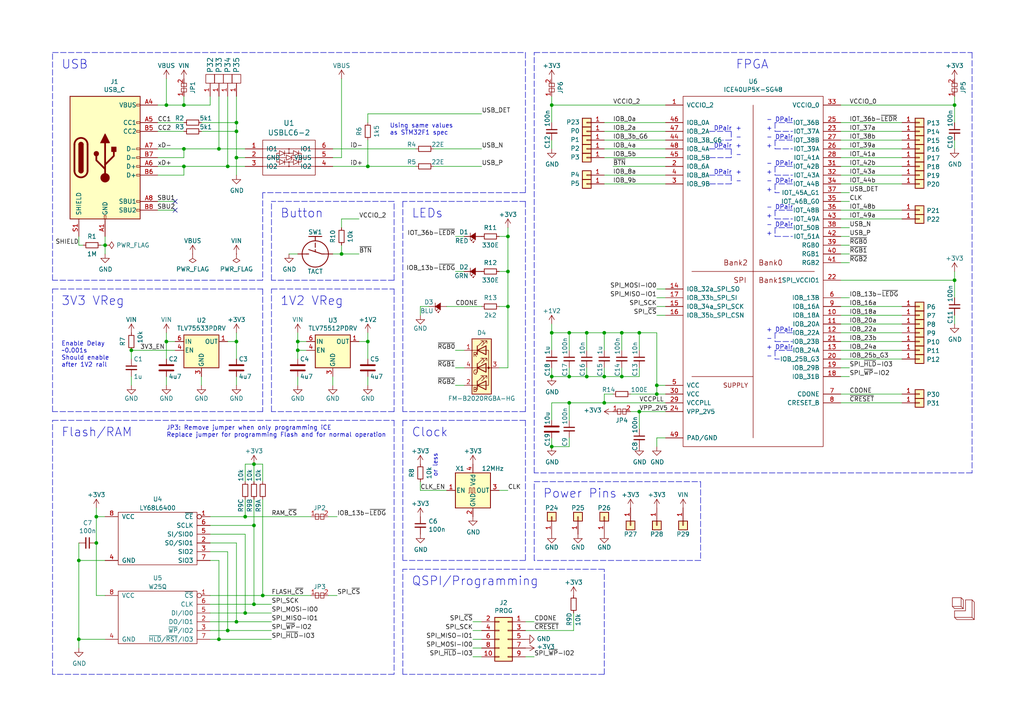
<source format=kicad_sch>
(kicad_sch (version 20231120) (generator "eeschema") (generator_version "8.0")
  (paper "A4")
  (title_block (title "iCEBreaker-bitsy") (date "2020-06-10") (rev "v1.0a") (company "1BitSquared") (comment 1 "© 2018-2020 1BitSquared <info@1bitsquared.com>") (comment 2 "© 2018-2020 Piotr Esden-Tempski <piotr@esden.net>") (comment 3 "© 2020 Jordi Pakey-Rodriguez <jordi@0xdec.im>") (comment 4 "License: CC BY-SA 4.0"))
  (junction (at 71.12 177.8))
  (junction (at 180.34 109.22))
  (junction (at 147.32 78.74))
  (junction (at 53.34 48.26))
  (junction (at 175.26 116.84))
  (junction (at 76.2 172.72))
  (junction (at 53.34 30.48))
  (junction (at 22.86 162.56))
  (junction (at 38.1 101.6))
  (junction (at 99.06 73.66))
  (junction (at 160.02 109.22))
  (junction (at 68.58 45.72))
  (junction (at 27.94 149.86))
  (junction (at 30.48 71.12))
  (junction (at 66.04 182.88))
  (junction (at 170.18 96.52))
  (junction (at 185.42 96.52))
  (junction (at 63.5 43.18))
  (junction (at 68.58 38.1))
  (junction (at 53.34 43.18))
  (junction (at 86.36 99.06))
  (junction (at 175.26 96.52))
  (junction (at 66.04 48.26))
  (junction (at 48.26 30.48))
  (junction (at 68.58 99.06))
  (junction (at 160.02 129.54))
  (junction (at 160.02 30.48))
  (junction (at 190.5 111.76))
  (junction (at 190.5 114.3))
  (junction (at 22.86 185.42))
  (junction (at 68.58 35.56))
  (junction (at 147.32 68.58))
  (junction (at 106.68 48.26))
  (junction (at 185.42 119.38))
  (junction (at 170.18 109.22))
  (junction (at 73.66 152.4))
  (junction (at 147.32 88.9))
  (junction (at 276.86 81.28))
  (junction (at 180.34 96.52))
  (junction (at 73.66 175.26))
  (junction (at 165.1 109.22))
  (junction (at 165.1 96.52))
  (junction (at 175.26 109.22))
  (junction (at 48.26 99.06))
  (junction (at 27.94 157.48))
  (junction (at 71.12 149.86))
  (junction (at 73.66 134.62))
  (junction (at 165.1 116.84))
  (junction (at 68.58 180.34))
  (junction (at 160.02 96.52))
  (junction (at 86.36 101.6))
  (junction (at 106.68 99.06))
  (junction (at 63.5 185.42))
  (junction (at 276.86 30.48))
  (no_connect (at 50.8 58.42))
  (no_connect (at 50.8 60.96))
  (polyline (pts (xy 224.79 38.1) (xy 229.87 38.1)) (stroke (width 0) (type dash)))
  (wire (pts (xy 22.86 157.48) (xy 22.86 162.56)))
  (wire (pts (xy 139.7 180.34) (xy 137.16 180.34)))
  (wire (pts (xy 185.42 106.68) (xy 185.42 109.22)))
  (wire (pts (xy 129.54 88.9) (xy 139.7 88.9)))
  (wire (pts (xy 243.84 71.12) (xy 246.38 71.12)))
  (polyline (pts (xy 152.4 121.92) (xy 116.84 121.92)) (stroke (width 0) (type dash)))
  (wire (pts (xy 22.86 68.58) (xy 22.86 71.12)))
  (wire (pts (xy 48.26 99.06) (xy 48.26 96.52)))
  (wire (pts (xy 193.04 91.44) (xy 190.5 91.44)))
  (wire (pts (xy 185.42 119.38) (xy 193.04 119.38)))
  (wire (pts (xy 76.2 134.62) (xy 76.2 139.7)))
  (wire (pts (xy 68.58 45.72) (xy 68.58 50.8)))
  (polyline (pts (xy 229.87 35.56) (xy 224.79 35.56)) (stroke (width 0) (type dash)))
  (wire (pts (xy 73.66 134.62) (xy 76.2 134.62)))
  (wire (pts (xy 276.86 43.18) (xy 276.86 40.64)))
  (wire (pts (xy 243.84 116.84) (xy 261.62 116.84)))
  (wire (pts (xy 243.84 109.22) (xy 246.38 109.22)))
  (wire (pts (xy 96.52 109.22) (xy 96.52 111.76)))
  (wire (pts (xy 38.1 101.6) (xy 38.1 104.14)))
  (polyline (pts (xy 224.79 96.52) (xy 224.79 99.06)) (stroke (width 0) (type dash)))
  (wire (pts (xy 60.96 27.94) (xy 60.96 30.48)))
  (wire (pts (xy 193.04 38.1) (xy 175.26 38.1)))
  (polyline (pts (xy 203.2 139.7) (xy 203.2 162.56)) (stroke (width 0) (type dash)))
  (wire (pts (xy 165.1 116.84) (xy 165.1 121.92)))
  (wire (pts (xy 175.26 106.68) (xy 175.26 109.22)))
  (wire (pts (xy 243.84 60.96) (xy 261.62 60.96)))
  (polyline (pts (xy 229.87 66.04) (xy 224.79 66.04)) (stroke (width 0) (type dash)))
  (polyline (pts (xy 212.09 40.64) (xy 209.55 40.64)) (stroke (width 0) (type dash)))
  (polyline (pts (xy 229.87 101.6) (xy 224.79 101.6)) (stroke (width 0) (type dash)))
  (wire (pts (xy 53.34 27.94) (xy 53.34 30.48)))
  (polyline (pts (xy 152.4 55.88) (xy 76.2 55.88)) (stroke (width 0) (type dash)))
  (wire (pts (xy 147.32 68.58) (xy 147.32 66.04)))
  (wire (pts (xy 175.26 109.22) (xy 170.18 109.22)))
  (polyline (pts (xy 224.79 35.56) (xy 224.79 38.1)) (stroke (width 0) (type dash)))
  (wire (pts (xy 175.26 96.52) (xy 170.18 96.52)))
  (wire (pts (xy 88.9 101.6) (xy 86.36 101.6)))
  (wire (pts (xy 48.26 99.06) (xy 50.8 99.06)))
  (polyline (pts (xy 224.79 99.06) (xy 229.87 99.06)) (stroke (width 0) (type dash)))
  (wire (pts (xy 60.96 154.94) (xy 71.12 154.94)))
  (polyline (pts (xy 152.4 15.24) (xy 152.4 55.88)) (stroke (width 0) (type dash)))
  (wire (pts (xy 73.66 152.4) (xy 73.66 175.26)))
  (wire (pts (xy 86.36 73.66) (xy 83.82 73.66)))
  (polyline (pts (xy 175.26 195.58) (xy 175.26 165.1)) (stroke (width 0) (type dash)))
  (wire (pts (xy 175.26 114.3) (xy 175.26 116.84)))
  (polyline (pts (xy 15.24 121.92) (xy 114.3 121.92)) (stroke (width 0) (type dash)))
  (polyline (pts (xy 15.24 119.38) (xy 15.24 83.82)) (stroke (width 0) (type dash)))
  (wire (pts (xy 139.7 182.88) (xy 137.16 182.88)))
  (wire (pts (xy 73.66 152.4) (xy 73.66 144.78)))
  (polyline (pts (xy 114.3 195.58) (xy 15.24 195.58)) (stroke (width 0) (type dash)))
  (polyline (pts (xy 116.84 121.92) (xy 116.84 162.56)) (stroke (width 0) (type dash)))
  (wire (pts (xy 243.84 40.64) (xy 261.62 40.64)))
  (wire (pts (xy 185.42 96.52) (xy 180.34 96.52)))
  (wire (pts (xy 30.48 149.86) (xy 27.94 149.86)))
  (wire (pts (xy 60.96 149.86) (xy 71.12 149.86)))
  (wire (pts (xy 68.58 27.94) (xy 68.58 35.56)))
  (wire (pts (xy 86.36 99.06) (xy 88.9 99.06)))
  (polyline (pts (xy 76.2 119.38) (xy 15.24 119.38)) (stroke (width 0) (type dash)))
  (wire (pts (xy 132.08 101.6) (xy 134.62 101.6)))
  (wire (pts (xy 71.12 149.86) (xy 71.12 144.78)))
  (wire (pts (xy 137.16 187.96) (xy 139.7 187.96)))
  (polyline (pts (xy 229.87 48.26) (xy 224.79 48.26)) (stroke (width 0) (type dash)))
  (wire (pts (xy 160.02 30.48) (xy 160.02 35.56)))
  (wire (pts (xy 160.02 93.98) (xy 160.02 96.52)))
  (polyline (pts (xy 152.4 121.92) (xy 152.4 162.56)) (stroke (width 0) (type dash)))
  (wire (pts (xy 121.92 142.24) (xy 121.92 139.7)))
  (wire (pts (xy 160.02 109.22) (xy 165.1 109.22)))
  (polyline (pts (xy 224.79 55.88) (xy 226.06 55.88)) (stroke (width 0) (type dash)))
  (wire (pts (xy 165.1 96.52) (xy 160.02 96.52)))
  (wire (pts (xy 106.68 99.06) (xy 106.68 104.14)))
  (polyline (pts (xy 224.79 50.8) (xy 229.87 50.8)) (stroke (width 0) (type dash)))
  (wire (pts (xy 63.5 162.56) (xy 63.5 185.42)))
  (wire (pts (xy 99.06 73.66) (xy 104.14 73.66)))
  (wire (pts (xy 95.25 149.86) (xy 97.79 149.86)))
  (wire (pts (xy 96.52 73.66) (xy 99.06 73.66)))
  (wire (pts (xy 160.02 129.54) (xy 165.1 129.54)))
  (wire (pts (xy 66.04 48.26) (xy 71.12 48.26)))
  (wire (pts (xy 243.84 53.34) (xy 261.62 53.34)))
  (wire (pts (xy 152.4 180.34) (xy 154.94 180.34)))
  (wire (pts (xy 73.66 139.7) (xy 73.66 134.62)))
  (wire (pts (xy 125.73 48.26) (xy 139.7 48.26)))
  (polyline (pts (xy 203.2 162.56) (xy 154.94 162.56)) (stroke (width 0) (type dash)))
  (wire (pts (xy 243.84 38.1) (xy 261.62 38.1)))
  (wire (pts (xy 243.84 50.8) (xy 261.62 50.8)))
  (wire (pts (xy 125.73 43.18) (xy 139.7 43.18)))
  (wire (pts (xy 243.84 30.48) (xy 276.86 30.48)))
  (wire (pts (xy 71.12 177.8) (xy 78.74 177.8)))
  (wire (pts (xy 86.36 99.06) (xy 86.36 96.52)))
  (polyline (pts (xy 78.74 81.28) (xy 78.74 58.42)) (stroke (width 0) (type dash)))
  (polyline (pts (xy 212.09 53.34) (xy 205.74 53.34)) (stroke (width 0) (type dash)))
  (wire (pts (xy 60.96 182.88) (xy 66.04 182.88)))
  (wire (pts (xy 66.04 160.02) (xy 66.04 182.88)))
  (wire (pts (xy 182.88 119.38) (xy 185.42 119.38)))
  (wire (pts (xy 106.68 35.56) (xy 106.68 33.02)))
  (wire (pts (xy 193.04 83.82) (xy 190.5 83.82)))
  (wire (pts (xy 137.16 185.42) (xy 139.7 185.42)))
  (wire (pts (xy 30.48 71.12) (xy 30.48 73.66)))
  (wire (pts (xy 106.68 48.26) (xy 106.68 40.64)))
  (polyline (pts (xy 224.79 43.18) (xy 229.87 43.18)) (stroke (width 0) (type dash)))
  (wire (pts (xy 27.94 157.48) (xy 27.94 172.72)))
  (polyline (pts (xy 76.2 81.28) (xy 15.24 81.28)) (stroke (width 0) (type dash)))
  (polyline (pts (xy 224.79 60.96) (xy 224.79 63.5)) (stroke (width 0) (type dash)))
  (wire (pts (xy 180.34 109.22) (xy 175.26 109.22)))
  (polyline (pts (xy 15.24 195.58) (xy 15.24 121.92)) (stroke (width 0) (type dash)))
  (wire (pts (xy 27.94 149.86) (xy 27.94 157.48)))
  (wire (pts (xy 48.26 109.22) (xy 48.26 111.76)))
  (wire (pts (xy 243.84 55.88) (xy 246.38 55.88)))
  (polyline (pts (xy 114.3 81.28) (xy 78.74 81.28)) (stroke (width 0) (type dash)))
  (wire (pts (xy 76.2 144.78) (xy 76.2 172.72)))
  (wire (pts (xy 45.72 35.56) (xy 53.34 35.56)))
  (wire (pts (xy 243.84 58.42) (xy 246.38 58.42)))
  (wire (pts (xy 60.96 162.56) (xy 63.5 162.56)))
  (polyline (pts (xy 154.94 15.24) (xy 281.94 15.24)) (stroke (width 0) (type dash)))
  (wire (pts (xy 104.14 99.06) (xy 106.68 99.06)))
  (wire (pts (xy 243.84 99.06) (xy 261.62 99.06)))
  (wire (pts (xy 68.58 99.06) (xy 68.58 96.52)))
  (wire (pts (xy 276.86 81.28) (xy 276.86 86.36)))
  (wire (pts (xy 243.84 35.56) (xy 261.62 35.56)))
  (polyline (pts (xy 154.94 139.7) (xy 203.2 139.7)) (stroke (width 0) (type dash)))
  (wire (pts (xy 180.34 96.52) (xy 180.34 101.6)))
  (wire (pts (xy 53.34 45.72) (xy 53.34 43.18)))
  (wire (pts (xy 53.34 50.8) (xy 53.34 48.26)))
  (wire (pts (xy 96.52 45.72) (xy 99.06 45.72)))
  (wire (pts (xy 22.86 185.42) (xy 30.48 185.42)))
  (wire (pts (xy 132.08 111.76) (xy 134.62 111.76)))
  (wire (pts (xy 190.5 111.76) (xy 190.5 114.3)))
  (wire (pts (xy 66.04 27.94) (xy 66.04 48.26)))
  (wire (pts (xy 73.66 152.4) (xy 60.96 152.4)))
  (polyline (pts (xy 212.09 45.72) (xy 205.74 45.72)) (stroke (width 0) (type dash)))
  (wire (pts (xy 170.18 96.52) (xy 165.1 96.52)))
  (polyline (pts (xy 154.94 137.16) (xy 154.94 15.24)) (stroke (width 0) (type dash)))
  (wire (pts (xy 193.04 86.36) (xy 190.5 86.36)))
  (wire (pts (xy 160.02 106.68) (xy 160.02 109.22)))
  (wire (pts (xy 160.02 127) (xy 160.02 129.54)))
  (polyline (pts (xy 175.26 165.1) (xy 116.84 165.1)) (stroke (width 0) (type dash)))
  (wire (pts (xy 121.92 88.9) (xy 121.92 91.44)))
  (wire (pts (xy 175.26 116.84) (xy 165.1 116.84)))
  (wire (pts (xy 22.86 185.42) (xy 22.86 187.96)))
  (polyline (pts (xy 281.94 137.16) (xy 154.94 137.16)) (stroke (width 0) (type dash)))
  (wire (pts (xy 160.02 116.84) (xy 165.1 116.84)))
  (wire (pts (xy 22.86 71.12) (xy 24.13 71.12)))
  (wire (pts (xy 160.02 121.92) (xy 160.02 116.84)))
  (polyline (pts (xy 152.4 162.56) (xy 116.84 162.56)) (stroke (width 0) (type dash)))
  (wire (pts (xy 30.48 162.56) (xy 22.86 162.56)))
  (polyline (pts (xy 281.94 15.24) (xy 281.94 137.16)) (stroke (width 0) (type dash)))
  (wire (pts (xy 243.84 43.18) (xy 261.62 43.18)))
  (wire (pts (xy 152.4 190.5) (xy 154.94 190.5)))
  (polyline (pts (xy 224.79 63.5) (xy 229.87 63.5)) (stroke (width 0) (type dash)))
  (wire (pts (xy 243.84 66.04) (xy 246.38 66.04)))
  (wire (pts (xy 160.02 43.18) (xy 160.02 40.64)))
  (polyline (pts (xy 224.79 48.26) (xy 224.79 50.8)) (stroke (width 0) (type dash)))
  (polyline (pts (xy 78.74 83.82) (xy 114.3 83.82)) (stroke (width 0) (type dash)))
  (wire (pts (xy 144.78 88.9) (xy 147.32 88.9)))
  (wire (pts (xy 243.84 106.68) (xy 246.38 106.68)))
  (wire (pts (xy 243.84 114.3) (xy 261.62 114.3)))
  (wire (pts (xy 30.48 71.12) (xy 30.48 68.58)))
  (wire (pts (xy 193.04 43.18) (xy 175.26 43.18)))
  (wire (pts (xy 243.84 104.14) (xy 261.62 104.14)))
  (wire (pts (xy 144.78 68.58) (xy 147.32 68.58)))
  (wire (pts (xy 165.1 109.22) (xy 170.18 109.22)))
  (wire (pts (xy 60.96 157.48) (xy 68.58 157.48)))
  (wire (pts (xy 193.04 116.84) (xy 175.26 116.84)))
  (wire (pts (xy 45.72 45.72) (xy 53.34 45.72)))
  (wire (pts (xy 243.84 88.9) (xy 261.62 88.9)))
  (wire (pts (xy 124.46 88.9) (xy 121.92 88.9)))
  (wire (pts (xy 193.04 40.64) (xy 175.26 40.64)))
  (polyline (pts (xy 76.2 55.88) (xy 76.2 81.28)) (stroke (width 0) (type dash)))
  (polyline (pts (xy 205.74 43.18) (xy 212.09 43.18)) (stroke (width 0) (type dash)))
  (wire (pts (xy 276.86 30.48) (xy 276.86 35.56)))
  (wire (pts (xy 38.1 101.6) (xy 50.8 101.6)))
  (wire (pts (xy 190.5 127) (xy 190.5 129.54)))
  (wire (pts (xy 66.04 182.88) (xy 78.74 182.88)))
  (wire (pts (xy 106.68 33.02) (xy 139.7 33.02)))
  (wire (pts (xy 243.84 101.6) (xy 261.62 101.6)))
  (wire (pts (xy 60.96 175.26) (xy 73.66 175.26)))
  (polyline (pts (xy 229.87 96.52) (xy 224.79 96.52)) (stroke (width 0) (type dash)))
  (wire (pts (xy 96.52 43.18) (xy 120.65 43.18)))
  (polyline (pts (xy 114.3 58.42) (xy 78.74 58.42)) (stroke (width 0) (type dash)))
  (polyline (pts (xy 224.79 66.04) (xy 224.79 68.58)) (stroke (width 0) (type dash)))
  (wire (pts (xy 68.58 99.06) (xy 68.58 104.14)))
  (wire (pts (xy 121.92 142.24) (xy 129.54 142.24)))
  (polyline (pts (xy 229.87 53.34) (xy 224.79 53.34)) (stroke (width 0) (type dash)))
  (polyline (pts (xy 78.74 119.38) (xy 78.74 83.82)) (stroke (width 0) (type dash)))
  (wire (pts (xy 243.84 86.36) (xy 246.38 86.36)))
  (wire (pts (xy 45.72 50.8) (xy 53.34 50.8)))
  (wire (pts (xy 68.58 157.48) (xy 68.58 180.34)))
  (wire (pts (xy 99.06 63.5) (xy 99.06 66.04)))
  (wire (pts (xy 106.68 99.06) (xy 106.68 96.52)))
  (wire (pts (xy 185.42 96.52) (xy 185.42 101.6)))
  (wire (pts (xy 193.04 127) (xy 190.5 127)))
  (wire (pts (xy 63.5 185.42) (xy 78.74 185.42)))
  (wire (pts (xy 190.5 96.52) (xy 190.5 111.76)))
  (wire (pts (xy 144.78 78.74) (xy 147.32 78.74)))
  (wire (pts (xy 165.1 96.52) (xy 165.1 101.6)))
  (wire (pts (xy 193.04 50.8) (xy 175.26 50.8)))
  (wire (pts (xy 134.62 68.58) (xy 132.08 68.58)))
  (wire (pts (xy 29.21 71.12) (xy 30.48 71.12)))
  (wire (pts (xy 243.84 91.44) (xy 261.62 91.44)))
  (wire (pts (xy 45.72 60.96) (xy 50.8 60.96)))
  (wire (pts (xy 276.86 93.98) (xy 276.86 91.44)))
  (wire (pts (xy 104.14 63.5) (xy 99.06 63.5)))
  (wire (pts (xy 45.72 38.1) (xy 53.34 38.1)))
  (wire (pts (xy 177.8 114.3) (xy 175.26 114.3)))
  (wire (pts (xy 45.72 30.48) (xy 48.26 30.48)))
  (polyline (pts (xy -217.17 205.74) (xy -217.17 152.4)) (stroke (width 0) (type dash)))
  (wire (pts (xy 193.04 114.3) (xy 190.5 114.3)))
  (polyline (pts (xy 114.3 119.38) (xy 78.74 119.38)) (stroke (width 0) (type dash)))
  (wire (pts (xy 175.26 96.52) (xy 175.26 101.6)))
  (polyline (pts (xy 229.87 60.96) (xy 224.79 60.96)) (stroke (width 0) (type dash)))
  (wire (pts (xy 243.84 48.26) (xy 261.62 48.26)))
  (wire (pts (xy 106.68 48.26) (xy 120.65 48.26)))
  (wire (pts (xy 139.7 190.5) (xy 137.16 190.5)))
  (polyline (pts (xy 224.79 104.14) (xy 226.06 104.14)) (stroke (width 0) (type dash)))
  (wire (pts (xy 276.86 81.28) (xy 276.86 78.74)))
  (wire (pts (xy 243.84 96.52) (xy 261.62 96.52)))
  (wire (pts (xy 71.12 154.94) (xy 71.12 177.8)))
  (wire (pts (xy 86.36 104.14) (xy 86.36 101.6)))
  (wire (pts (xy 243.84 93.98) (xy 261.62 93.98)))
  (wire (pts (xy 95.25 172.72) (xy 97.79 172.72)))
  (wire (pts (xy 66.04 99.06) (xy 68.58 99.06)))
  (wire (pts (xy 60.96 185.42) (xy 63.5 185.42)))
  (polyline (pts (xy 15.24 83.82) (xy 76.2 83.82)) (stroke (width 0) (type dash)))
  (wire (pts (xy 45.72 58.42) (xy 50.8 58.42)))
  (wire (pts (xy 193.04 53.34) (xy 175.26 53.34)))
  (wire (pts (xy 71.12 149.86) (xy 90.17 149.86)))
  (polyline (pts (xy 15.24 15.24) (xy 152.4 15.24)) (stroke (width 0) (type dash)))
  (wire (pts (xy 106.68 111.76) (xy 106.68 109.22)))
  (polyline (pts (xy 212.09 43.18) (xy 212.09 45.72)) (stroke (width 0) (type dash)))
  (polyline (pts (xy 212.09 38.1) (xy 212.09 40.64)) (stroke (width 0) (type dash)))
  (polyline (pts (xy 224.79 68.58) (xy 229.87 68.58)) (stroke (width 0) (type dash)))
  (wire (pts (xy 180.34 96.52) (xy 175.26 96.52)))
  (polyline (pts (xy 76.2 83.82) (xy 76.2 119.38)) (stroke (width 0) (type dash)))
  (polyline (pts (xy 114.3 83.82) (xy 114.3 119.38)) (stroke (width 0) (type dash)))
  (wire (pts (xy 144.78 106.68) (xy 147.32 106.68)))
  (wire (pts (xy 53.34 48.26) (xy 66.04 48.26)))
  (polyline (pts (xy 224.79 40.64) (xy 224.79 43.18)) (stroke (width 0) (type dash)))
  (wire (pts (xy 132.08 106.68) (xy 134.62 106.68)))
  (wire (pts (xy 76.2 172.72) (xy 90.17 172.72)))
  (polyline (pts (xy 116.84 58.42) (xy 116.84 119.38)) (stroke (width 0) (type dash)))
  (wire (pts (xy 193.04 48.26) (xy 177.8 48.26)))
  (wire (pts (xy 190.5 114.3) (xy 182.88 114.3)))
  (polyline (pts (xy 152.4 58.42) (xy 116.84 58.42)) (stroke (width 0) (type dash)))
  (wire (pts (xy 60.96 172.72) (xy 76.2 172.72)))
  (wire (pts (xy 152.4 182.88) (xy 166.37 182.88)))
  (wire (pts (xy 68.58 38.1) (xy 68.58 45.72)))
  (wire (pts (xy 160.02 30.48) (xy 193.04 30.48)))
  (wire (pts (xy 147.32 78.74) (xy 147.32 68.58)))
  (polyline (pts (xy 205.74 50.8) (xy 212.09 50.8)) (stroke (width 0) (type dash)))
  (polyline (pts (xy 224.79 101.6) (xy 224.79 104.14)) (stroke (width 0) (type dash)))
  (wire (pts (xy 165.1 106.68) (xy 165.1 109.22)))
  (wire (pts (xy 147.32 88.9) (xy 147.32 78.74)))
  (wire (pts (xy 185.42 124.46) (xy 185.42 119.38)))
  (wire (pts (xy 144.78 142.24) (xy 147.32 142.24)))
  (wire (pts (xy 71.12 134.62) (xy 71.12 139.7)))
  (wire (pts (xy 170.18 96.52) (xy 170.18 101.6)))
  (polyline (pts (xy 152.4 119.38) (xy 116.84 119.38)) (stroke (width 0) (type dash)))
  (polyline (pts (xy 152.4 58.42) (xy 152.4 119.38)) (stroke (width 0) (type dash)))
  (wire (pts (xy 147.32 106.68) (xy 147.32 88.9)))
  (wire (pts (xy 160.02 96.52) (xy 160.02 101.6)))
  (wire (pts (xy 68.58 180.34) (xy 78.74 180.34)))
  (wire (pts (xy 243.84 68.58) (xy 246.38 68.58)))
  (wire (pts (xy 243.84 73.66) (xy 246.38 73.66)))
  (wire (pts (xy 170.18 109.22) (xy 170.18 106.68)))
  (wire (pts (xy 63.5 43.18) (xy 71.12 43.18)))
  (wire (pts (xy 180.34 106.68) (xy 180.34 109.22)))
  (polyline (pts (xy 229.87 40.64) (xy 224.79 40.64)) (stroke (width 0) (type dash)))
  (polyline (pts (xy 212.09 50.8) (xy 212.09 53.34)) (stroke (width 0) (type dash)))
  (wire (pts (xy 99.06 73.66) (xy 99.06 71.12)))
  (polyline (pts (xy 154.94 162.56) (xy 154.94 139.7)) (stroke (width 0) (type dash)))
  (wire (pts (xy 53.34 43.18) (xy 63.5 43.18)))
  (wire (pts (xy 71.12 45.72) (xy 68.58 45.72)))
  (wire (pts (xy 68.58 35.56) (xy 68.58 38.1)))
  (wire (pts (xy 134.62 78.74) (xy 132.08 78.74)))
  (wire (pts (xy 165.1 127) (xy 165.1 129.54)))
  (wire (pts (xy 96.52 48.26) (xy 106.68 48.26)))
  (wire (pts (xy 160.02 27.94) (xy 160.02 30.48)))
  (wire (pts (xy 58.42 109.22) (xy 58.42 111.76)))
  (wire (pts (xy 60.96 177.8) (xy 71.12 177.8)))
  (wire (pts (xy 193.04 45.72) (xy 175.26 45.72)))
  (polyline (pts (xy 114.3 121.92) (xy 114.3 195.58)) (stroke (width 0) (type dash)))
  (wire (pts (xy 38.1 111.76) (xy 38.1 109.22)))
  (wire (pts (xy 243.84 81.28) (xy 276.86 81.28)))
  (wire (pts (xy 27.94 172.72) (xy 30.48 172.72)))
  (wire (pts (xy 27.94 149.86) (xy 27.94 147.32)))
  (wire (pts (xy 185.42 109.22) (xy 180.34 109.22)))
  (wire (pts (xy 48.26 104.14) (xy 48.26 99.06)))
  (wire (pts (xy 193.04 88.9) (xy 190.5 88.9)))
  (wire (pts (xy 193.04 35.56) (xy 175.26 35.56)))
  (wire (pts (xy 276.86 27.94) (xy 276.86 30.48)))
  (wire (pts (xy 58.42 38.1) (xy 68.58 38.1)))
  (wire (pts (xy 166.37 182.88) (xy 166.37 177.8)))
  (polyline (pts (xy 205.74 38.1) (xy 212.09 38.1)) (stroke (width 0) (type dash)))
  (wire (pts (xy 99.06 45.72) (xy 99.06 22.86)))
  (wire (pts (xy 243.84 63.5) (xy 261.62 63.5)))
  (wire (pts (xy 86.36 109.22) (xy 86.36 111.76)))
  (polyline (pts (xy 175.26 195.58) (xy 116.84 195.58)) (stroke (width 0) (type dash)))
  (wire (pts (xy 48.26 30.48) (xy 48.26 22.86)))
  (wire (pts (xy 60.96 180.34) (xy 68.58 180.34)))
  (wire (pts (xy 22.86 162.56) (xy 22.86 185.42)))
  (wire (pts (xy 60.96 160.02) (xy 66.04 160.02)))
  (wire (pts (xy 73.66 134.62) (xy 71.12 134.62)))
  (wire (pts (xy 243.84 45.72) (xy 261.62 45.72)))
  (wire (pts (xy 190.5 96.52) (xy 185.42 96.52)))
  (wire (pts (xy 73.66 175.26) (xy 78.74 175.26)))
  (wire (pts (xy 243.84 76.2) (xy 246.38 76.2)))
  (polyline (pts (xy 114.3 81.28) (xy 114.3 58.42)) (stroke (width 0) (type dash)))
  (polyline (pts (xy 116.84 195.58) (xy 116.84 165.1)) (stroke (width 0) (type dash)))
  (wire (pts (xy 48.26 30.48) (xy 53.34 30.48)))
  (polyline (pts (xy 15.24 81.28) (xy 15.24 15.24)) (stroke (width 0) (type dash)))
  (wire (pts (xy 58.42 35.56) (xy 68.58 35.56)))
  (wire (pts (xy 60.96 30.48) (xy 53.34 30.48)))
  (wire (pts (xy 63.5 27.94) (xy 63.5 43.18)))
  (wire (pts (xy 193.04 111.76) (xy 190.5 111.76)))
  (wire (pts (xy 86.36 101.6) (xy 86.36 99.06)))
  (wire (pts (xy 45.72 48.26) (xy 53.34 48.26)))
  (polyline (pts (xy 224.79 53.34) (xy 224.79 55.88)) (stroke (width 0) (type dash)))
  (wire (pts (xy 68.58 111.76) (xy 68.58 109.22)))
  (wire (pts (xy 45.72 43.18) (xy 53.34 43.18)))
  (text "-" (at 222.25 35.56 0) (effects (font (size 1.27 1.27)) (justify left bottom)))
  (text "DPair" (at 224.79 101.6 0) (effects (font (size 1.27 1.27)) (justify left bottom)))
  (text "USB" (at 17.78 20.32 0) (effects (font (size 2.54 2.54)) (justify left bottom)))
  (text "-" (at 222.25 48.26 0) (effects (font (size 1.27 1.27)) (justify left bottom)))
  (text "3V3 VReg" (at 17.78 88.9 0) (effects (font (size 2.54 2.54)) (justify left bottom)))
  (text "-" (at 213.36 53.34 0) (effects (font (size 1.27 1.27)) (justify left bottom)))
  (text "DPair" (at 224.79 48.26 0) (effects (font (size 1.27 1.27)) (justify left bottom)))
  (text "DPair" (at 207.01 50.8 0) (effects (font (size 1.27 1.27)) (justify left bottom)))
  (text "DPair" (at 224.79 40.64 0) (effects (font (size 1.27 1.27)) (justify left bottom)))
  (text "Flash/RAM" (at 17.78 127 0) (effects (font (size 2.54 2.54)) (justify left bottom)))
  (text "+" (at 222.25 68.58 0) (effects (font (size 1.27 1.27)) (justify left bottom)))
  (text "+" (at 222.25 63.5 0) (effects (font (size 1.27 1.27)) (justify left bottom)))
  (text "Clock" (at 119.38 127 0) (effects (font (size 2.54 2.54)) (justify left bottom)))
  (text "Enable Delay\n~0.001s\nShould enable\nafter 1V2 rail" (at 17.78 106.68 0) (effects (font (size 1.27 1.27)) (justify left bottom)))
  (text "+" (at 213.36 43.18 0) (effects (font (size 1.27 1.27)) (justify left bottom)))
  (text "+" (at 213.36 50.8 0) (effects (font (size 1.27 1.27)) (justify left bottom)))
  (text "+" (at 222.25 38.1 0) (effects (font (size 1.27 1.27)) (justify left bottom)))
  (text "JP3: Remove jumper when only programming iCE\nReplace jumper for programming Flash and for normal operation" (at 48.26 127 0) (effects (font (size 1.27 1.27)) (justify left bottom)))
  (text "DPair" (at 224.79 60.96 0) (effects (font (size 1.27 1.27)) (justify left bottom)))
  (text "+" (at 222.25 101.6 0) (effects (font (size 1.27 1.27)) (justify left bottom)))
  (text "+" (at 222.25 43.18 0) (effects (font (size 1.27 1.27)) (justify left bottom)))
  (text "Button" (at 81.28 63.5 0) (effects (font (size 2.54 2.54)) (justify left bottom)))
  (text "+" (at 222.25 55.88 0) (effects (font (size 1.27 1.27)) (justify left bottom)))
  (text "+" (at 213.36 38.1 0) (effects (font (size 1.27 1.27)) (justify left bottom)))
  (text "+" (at 222.25 96.52 0) (effects (font (size 1.27 1.27)) (justify left bottom)))
  (text "QSPI/Programming" (at 119.38 170.18 0) (effects (font (size 2.54 2.54)) (justify left bottom)))
  (text "DPair" (at 224.79 35.56 0) (effects (font (size 1.27 1.27)) (justify left bottom)))
  (text "-" (at 222.25 53.34 0) (effects (font (size 1.27 1.27)) (justify left bottom)))
  (text "DPair" (at 224.79 96.52 0) (effects (font (size 1.27 1.27)) (justify left bottom)))
  (text "-" (at 222.25 104.14 0) (effects (font (size 1.27 1.27)) (justify left bottom)))
  (text "Using same values\nas STM32F1 spec" (at 113.03 39.37 0) (effects (font (size 1.27 1.27)) (justify left bottom)))
  (text "or less" (at 127 138.43 90) (effects (font (size 1.27 1.27)) (justify left bottom)))
  (text "+" (at 222.25 50.8 0) (effects (font (size 1.27 1.27)) (justify left bottom)))
  (text "Power Pins" (at 157.48 144.78 0) (effects (font (size 2.54 2.54)) (justify left bottom)))
  (text "DPair" (at 224.79 66.04 0) (effects (font (size 1.27 1.27)) (justify left bottom)))
  (text "FPGA" (at 213.36 20.32 0) (effects (font (size 2.54 2.54)) (justify left bottom)))
  (text "-" (at 222.25 99.06 0) (effects (font (size 1.27 1.27)) (justify left bottom)))
  (text "-" (at 213.36 40.64 0) (effects (font (size 1.27 1.27)) (justify left bottom)))
  (text "-" (at 222.25 40.64 0) (effects (font (size 1.27 1.27)) (justify left bottom)))
  (text "-" (at 222.25 60.96 0) (effects (font (size 1.27 1.27)) (justify left bottom)))
  (text "-" (at 213.36 45.72 0) (effects (font (size 1.27 1.27)) (justify left bottom)))
  (text "LEDs" (at 119.38 63.5 0) (effects (font (size 2.54 2.54)) (justify left bottom)))
  (text "DPair" (at 207.01 43.18 0) (effects (font (size 1.27 1.27)) (justify left bottom)))
  (text "1V2 VReg" (at 81.28 88.9 0) (effects (font (size 2.54 2.54)) (justify left bottom)))
  (text "-" (at 222.25 66.04 0) (effects (font (size 1.27 1.27)) (justify left bottom)))
  (text "DPair" (at 224.79 53.34 0) (effects (font (size 1.27 1.27)) (justify left bottom)))
  (text "DPair" (at 207.01 38.1 0) (effects (font (size 1.27 1.27)) (justify left bottom)))
  (label "SPI_MOSI-IO0" (at 137.16 187.96 180))
  (label "SPI_~{CS}" (at 190.5 91.44 180))
  (label "CDONE" (at 154.94 180.34 0))
  (label "IOT_37a" (at 246.38 38.1 0))
  (label "SPI_SCK" (at 190.5 88.9 180))
  (label "SBU1" (at 50.8 58.42 180))
  (label "IOT_49a" (at 246.38 63.5 0))
  (label "USB_P" (at 246.38 68.58 0))
  (label "IOB_13b-~{LEDG}" (at 132.08 78.74 180))
  (label "IOB_9b" (at 177.8 53.34 0))
  (label "SBU2" (at 50.8 60.96 180))
  (label "USB_N" (at 139.7 43.18 0))
  (label "SHIELD" (at 22.86 71.12 180))
  (label "~{RGB1}" (at 246.38 73.66 0))
  (label "CDONE" (at 132.08 88.9 0))
  (label "IOB_25b_G3" (at 246.38 104.14 0))
  (label "~{RGB2}" (at 132.08 111.76 180))
  (label "xD+" (at 45.72 48.26 0))
  (label "SPI_~{HLD}-IO3" (at 78.74 185.42 0))
  (label "IOT_42b" (at 246.38 48.26 0))
  (label "VCCIO_2" (at 177.8 30.48 0))
  (label "USB_N" (at 246.38 66.04 0))
  (label "CC2" (at 45.72 38.1 0))
  (label "3V3_EN" (at 40.64 101.6 0))
  (label "SPI_~{WP}-IO2" (at 246.38 109.22 0))
  (label "IOB_23b" (at 246.38 99.06 0))
  (label "xD-" (at 45.72 43.18 0))
  (label "USB_DET" (at 139.7 33.02 0))
  (label "IOB_18a" (at 246.38 91.44 0))
  (label "IOB_2a" (at 177.8 38.1 0))
  (label "IOB_13b-~{LEDG}" (at 246.38 86.36 0))
  (label "FLASH_~{CS}" (at 78.74 172.72 0))
  (label "VCCIO_2" (at 104.14 63.5 0))
  (label "SPI_~{HLD}-IO3" (at 137.16 190.5 180))
  (label "CLK" (at 246.38 58.42 0))
  (label "iD-" (at 101.6 43.18 0))
  (label "IOB_24a" (at 246.38 101.6 0))
  (label "~{CRESET}" (at 154.94 182.88 0))
  (label "IOT_36b-~{LEDR}" (at 132.08 68.58 180))
  (label "IOB_16a" (at 246.38 88.9 0))
  (label "IOB_13b-~{LEDG}" (at 97.79 149.86 0))
  (label "SPI_MOSI-IO0" (at 190.5 83.82 180))
  (label "SPI_MOSI-IO0" (at 78.74 177.8 0))
  (label "~{RGB1}" (at 132.08 106.68 180))
  (label "~{RGB0}" (at 246.38 71.12 0))
  (label "CDONE" (at 246.38 114.3 0))
  (label "SPI_~{WP}-IO2" (at 78.74 182.88 0))
  (label "IOT_36b-~{LEDR}" (at 246.38 35.56 0))
  (label "SPI_~{HLD}-IO3" (at 246.38 106.68 0))
  (label "IOT_38b" (at 246.38 40.64 0))
  (label "IOB_3b_G6" (at 177.8 40.64 0))
  (label "CLK_EN" (at 121.92 142.24 0))
  (label "SPI_~{WP}-IO2" (at 154.94 190.5 0))
  (label "IOB_8a" (at 177.8 50.8 0))
  (label "~{BTN}" (at 177.8 48.26 0))
  (label "SPI_SCK" (at 137.16 182.88 180))
  (label "VCCPLL" (at 185.42 116.84 0))
  (label "SPI_~{CS}" (at 97.79 172.72 0))
  (label "SPI_~{CS}" (at 137.16 180.34 180))
  (label "USB_DET" (at 246.38 55.88 0))
  (label "IOB_20a" (at 246.38 93.98 0))
  (label "SPI_MISO-IO1" (at 78.74 180.34 0))
  (label "CLK" (at 147.32 142.24 0))
  (label "IOB_4a" (at 177.8 43.18 0))
  (label "~{CRESET}" (at 246.38 116.84 0))
  (label "IOT_48b" (at 246.38 60.96 0))
  (label "SPI_SCK" (at 78.74 175.26 0))
  (label "VPP_2V5" (at 185.42 119.38 0))
  (label "IOB_22a" (at 246.38 96.52 0))
  (label "~{BTN}" (at 104.14 73.66 0))
  (label "IOT_43a" (at 246.38 50.8 0))
  (label "iD+" (at 101.6 48.26 0))
  (label "IOB_5b" (at 177.8 45.72 0))
  (label "IOT_41a" (at 246.38 45.72 0))
  (label "IOT_39a" (at 246.38 43.18 0))
  (label "RAM_~{CS}" (at 78.74 149.86 0))
  (label "~{RGB0}" (at 132.08 101.6 180))
  (label "CC1" (at 45.72 35.56 0))
  (label "~{RGB2}" (at 246.38 76.2 0))
  (label "SPI_MISO-IO1" (at 137.16 185.42 180))
  (label "VCCIO_0" (at 246.38 30.48 0))
  (label "IOB_0a" (at 177.8 35.56 0))
  (label "SPI_MISO-IO1" (at 190.5 86.36 180))
  (label "IOT_44b" (at 246.38 53.34 0))
  (label "USB_P" (at 139.7 48.26 0))
  (symbol (lib_id "icebreaker-bitsy-rescue:ICE40UP5K-SG48-pkl_lattice") (at 218.44 78.74 0) (unit 1)
    (property "Reference" "U6" (at 218.44 23.622 0))
    (property "Value" "ICE40UP5K-SG48" (at 218.44 25.9842 0))
    (property "Footprint" "pkl_housings_dfn_qfn:QFN-48-1EP_7x7mm_Pitch0.5mm" (effects (hide yes)))
    (property "Source" "ANY" (effects (hide yes)))
    (property "Key" "ic-ice5lp4k-sg48" (effects (hide yes)))
  )
  (symbol (lib_id "icebreaker-bitsy-rescue:GND-power") (at 190.5 129.54 0) (unit 1)
    (property "Reference" "#PWR01" (effects (hide yes)))
    (property "Value" "GND" (at 190.627 134.0104 0))
  )
  (symbol (lib_id "icebreaker-bitsy-rescue:pkl_R_Small-pkl_device") (at 121.92 137.16 0) (unit 1)
    (property "Reference" "R8" (at 119.38 137.16 90))
    (property "Value" "10k" (at 124.46 137.16 90))
    (property "Footprint" "pkl_dipol:R_0402" (effects (hide yes)))
    (property "Source" "ANY" (effects (hide yes)))
    (property "Key" "res-0402-10k" (effects (hide yes)))
  )
  (symbol (lib_id "icebreaker-bitsy-rescue:+3V3-power") (at 137.16 134.62 0) (unit 1)
    (property "Reference" "#PWR02" (effects (hide yes)))
    (property "Value" "+3V3" (at 137.16 130.81 0))
  )
  (symbol (lib_id "icebreaker-bitsy-rescue:+3V3-power") (at 121.92 134.62 0) (unit 1)
    (property "Reference" "#PWR03" (effects (hide yes)))
    (property "Value" "+3V3" (at 121.92 130.81 0))
  )
  (symbol (lib_id "icebreaker-bitsy-rescue:GND-power") (at 137.16 149.86 0) (unit 1)
    (property "Reference" "#PWR05" (effects (hide yes)))
    (property "Value" "GND" (at 137.287 154.3304 0))
  )
  (symbol (lib_id "icebreaker-bitsy-rescue:pkl_C_Small-pkl_device") (at 121.92 152.4 0) (unit 1)
    (property "Reference" "C6" (at 124.2568 151.2062 0) (effects (justify left)))
    (property "Value" "100n" (at 124.2568 153.5684 0) (effects (justify left)))
    (property "Footprint" "pkl_dipol:C_0402" (effects (hide yes)))
    (property "Source" "ANY" (effects (hide yes)))
    (property "Key" "cap-cer-0402-100n" (effects (hide yes)))
  )
  (symbol (lib_id "icebreaker-bitsy-rescue:pkl_R_Small-pkl_device") (at 26.67 71.12 270) (unit 1)
    (property "Reference" "R1" (at 26.67 68.58 90))
    (property "Value" "1M" (at 26.67 73.66 90))
    (property "Footprint" "pkl_dipol:R_0402" (effects (hide yes)))
    (property "Source" "ANY" (effects (hide yes)))
    (property "Key" "res-0402-1m" (effects (hide yes)))
  )
  (symbol (lib_id "icebreaker-bitsy-rescue:GND-power") (at 30.48 73.66 0) (unit 1)
    (property "Reference" "#PWR06" (effects (hide yes)))
    (property "Value" "GND" (at 30.607 78.1304 0))
  )
  (symbol (lib_id "icebreaker-bitsy-rescue:pkl_C_Small-pkl_device") (at 185.42 104.14 0) (mirror y) (unit 1)
    (property "Reference" "C13" (at 184.15 109.22 90) (effects (justify left)))
    (property "Value" "10n" (at 184.15 102.87 90) (effects (justify left)))
    (property "Footprint" "pkl_dipol:C_0402" (effects (hide yes)))
    (property "Source" "ANY" (effects (hide yes)))
    (property "Key" "cap-cer-0402-10n" (effects (hide yes)))
  )
  (symbol (lib_id "icebreaker-bitsy-rescue:pkl_C_Small-pkl_device") (at 180.34 104.14 0) (mirror y) (unit 1)
    (property "Reference" "C14" (at 179.07 109.22 90) (effects (justify left)))
    (property "Value" "100n" (at 179.07 102.87 90) (effects (justify left)))
    (property "Footprint" "pkl_dipol:C_0402" (effects (hide yes)))
    (property "Source" "ANY" (effects (hide yes)))
    (property "Key" "cap-cer-0402-100n" (effects (hide yes)))
  )
  (symbol (lib_id "icebreaker-bitsy-rescue:pkl_C_Small-pkl_device") (at 175.26 104.14 0) (mirror y) (unit 1)
    (property "Reference" "C15" (at 173.99 109.22 90) (effects (justify left)))
    (property "Value" "1u" (at 173.99 102.87 90) (effects (justify left)))
    (property "Footprint" "pkl_dipol:C_0402" (effects (hide yes)))
    (property "Source" "ANY" (effects (hide yes)))
    (property "Key" "cap-cer-0402-1u" (effects (hide yes)))
  )
  (symbol (lib_id "icebreaker-bitsy-rescue:pkl_C-pkl_device") (at 48.26 106.68 0) (unit 1)
    (property "Reference" "C2" (at 48.895 104.14 0) (effects (justify left)))
    (property "Value" "4u7" (at 48.895 109.22 0) (effects (justify left)))
    (property "Footprint" "pkl_dipol:C_0603" (effects (hide yes)))
    (property "Source" "ANY" (effects (hide yes)))
    (property "Key" "cap-cer-0603-4u7" (effects (hide yes)))
  )
  (symbol (lib_id "icebreaker-bitsy-rescue:GND-power") (at 48.26 111.76 0) (unit 1)
    (property "Reference" "#PWR081" (effects (hide yes)))
    (property "Value" "GND" (at 48.26 115.57 0))
  )
  (symbol (lib_id "icebreaker-bitsy-rescue:pkl_C-pkl_device") (at 68.58 106.68 0) (unit 1)
    (property "Reference" "C3" (at 69.215 104.14 0) (effects (justify left)))
    (property "Value" "4u7" (at 69.215 109.22 0) (effects (justify left)))
    (property "Footprint" "pkl_dipol:C_0603" (effects (hide yes)))
    (property "Source" "ANY" (effects (hide yes)))
    (property "Key" "cap-cer-0603-4u7" (effects (hide yes)))
  )
  (symbol (lib_id "icebreaker-bitsy-rescue:GND-power") (at 58.42 111.76 0) (unit 1)
    (property "Reference" "#PWR082" (effects (hide yes)))
    (property "Value" "GND" (at 58.42 115.57 0))
  )
  (symbol (lib_id "icebreaker-bitsy-rescue:+3V3-power") (at 68.58 96.52 0) (unit 1)
    (property "Reference" "#PWR084" (effects (hide yes)))
    (property "Value" "+3V3" (at 68.58 92.71 0))
  )
  (symbol (lib_id "icebreaker-bitsy-rescue:pkl_C-pkl_device") (at 86.36 106.68 0) (unit 1)
    (property "Reference" "C4" (at 86.995 104.14 0) (effects (justify left)))
    (property "Value" "4u7" (at 86.995 109.22 0) (effects (justify left)))
    (property "Footprint" "pkl_dipol:C_0603" (effects (hide yes)))
    (property "Source" "ANY" (effects (hide yes)))
    (property "Key" "cap-cer-0603-4u7" (effects (hide yes)))
  )
  (symbol (lib_id "icebreaker-bitsy-rescue:GND-power") (at 86.36 111.76 0) (unit 1)
    (property "Reference" "#PWR085" (effects (hide yes)))
    (property "Value" "GND" (at 86.36 115.57 0))
  )
  (symbol (lib_id "icebreaker-bitsy-rescue:pkl_C-pkl_device") (at 106.68 106.68 0) (unit 1)
    (property "Reference" "C5" (at 107.315 104.14 0) (effects (justify left)))
    (property "Value" "4u7" (at 107.315 109.22 0) (effects (justify left)))
    (property "Footprint" "pkl_dipol:C_0603" (effects (hide yes)))
    (property "Source" "ANY" (effects (hide yes)))
    (property "Key" "cap-cer-0603-4u7" (effects (hide yes)))
  )
  (symbol (lib_id "icebreaker-bitsy-rescue:GND-power") (at 96.52 111.76 0) (unit 1)
    (property "Reference" "#PWR086" (effects (hide yes)))
    (property "Value" "GND" (at 96.52 115.57 0))
  )
  (symbol (lib_id "icebreaker-bitsy-rescue:+1V2-power") (at 106.68 96.52 0) (unit 1)
    (property "Reference" "#PWR088" (effects (hide yes)))
    (property "Value" "+1V2" (at 106.68 92.71 0))
  )
  (symbol (lib_id "icebreaker-bitsy-rescue:pkl_R_Small-pkl_device") (at 180.34 114.3 90) (unit 1)
    (property "Reference" "R14" (at 176.53 113.03 90))
    (property "Value" "100E" (at 185.42 113.03 90))
    (property "Footprint" "pkl_dipol:R_0402" (effects (hide yes)))
    (property "Source" "ANY" (effects (hide yes)))
    (property "Key" "res-0402-100" (effects (hide yes)))
  )
  (symbol (lib_id "icebreaker-bitsy-rescue:pkl_C_Small-pkl_device") (at 165.1 124.46 0) (mirror y) (unit 1)
    (property "Reference" "C9" (at 163.83 129.54 90) (effects (justify left)))
    (property "Value" "100n" (at 163.83 123.19 90) (effects (justify left)))
    (property "Footprint" "pkl_dipol:C_0402" (effects (hide yes)))
    (property "Source" "ANY" (effects (hide yes)))
    (property "Key" "cap-cer-0402-100n" (effects (hide yes)))
  )
  (symbol (lib_id "icebreaker-bitsy-rescue:pkl_C-pkl_device") (at 160.02 124.46 0) (mirror y) (unit 1)
    (property "Reference" "C19" (at 158.75 129.54 90) (effects (justify left)))
    (property "Value" "10u" (at 158.75 123.19 90) (effects (justify left)))
    (property "Footprint" "pkl_dipol:C_0603" (effects (hide yes)))
    (property "Source" "ANY" (effects (hide yes)))
    (property "Key" "cap-cer-0603-10u" (effects (hide yes)))
  )
  (symbol (lib_id "icebreaker-bitsy-rescue:GND-power") (at 160.02 129.54 0) (unit 1)
    (property "Reference" "#PWR036" (effects (hide yes)))
    (property "Value" "GND" (at 160.147 134.0104 0))
  )
  (symbol (lib_id "icebreaker-bitsy-rescue:pkl_C_Small-pkl_device") (at 170.18 104.14 0) (mirror y) (unit 1)
    (property "Reference" "C16" (at 168.91 109.22 90) (effects (justify left)))
    (property "Value" "10n" (at 168.91 102.87 90) (effects (justify left)))
    (property "Footprint" "pkl_dipol:C_0402" (effects (hide yes)))
    (property "Source" "ANY" (effects (hide yes)))
    (property "Key" "cap-cer-0402-10n" (effects (hide yes)))
  )
  (symbol (lib_id "icebreaker-bitsy-rescue:pkl_C_Small-pkl_device") (at 165.1 104.14 0) (mirror y) (unit 1)
    (property "Reference" "C17" (at 163.83 109.22 90) (effects (justify left)))
    (property "Value" "100n" (at 163.83 102.87 90) (effects (justify left)))
    (property "Footprint" "pkl_dipol:C_0402" (effects (hide yes)))
    (property "Source" "ANY" (effects (hide yes)))
    (property "Key" "cap-cer-0402-100n" (effects (hide yes)))
  )
  (symbol (lib_id "icebreaker-bitsy-rescue:pkl_C_Small-pkl_device") (at 160.02 104.14 0) (mirror y) (unit 1)
    (property "Reference" "C18" (at 158.75 109.22 90) (effects (justify left)))
    (property "Value" "1u" (at 158.75 102.87 90) (effects (justify left)))
    (property "Footprint" "pkl_dipol:C_0402" (effects (hide yes)))
    (property "Source" "ANY" (effects (hide yes)))
    (property "Key" "cap-cer-0402-1u" (effects (hide yes)))
  )
  (symbol (lib_id "icebreaker-bitsy-rescue:GND-power") (at 160.02 109.22 0) (unit 1)
    (property "Reference" "#PWR038" (effects (hide yes)))
    (property "Value" "GND" (at 160.147 113.6904 0))
  )
  (symbol (lib_id "icebreaker-bitsy-rescue:+1V2-power") (at 160.02 93.98 0) (unit 1)
    (property "Reference" "#PWR039" (effects (hide yes)))
    (property "Value" "+1V2" (at 160.02 90.17 0))
  )
  (symbol (lib_id "icebreaker-bitsy-rescue:pkl_R_Small-pkl_device") (at 38.1 99.06 0) (unit 1)
    (property "Reference" "R7" (at 35.56 99.06 90))
    (property "Value" "10k" (at 40.64 97.79 90))
    (property "Footprint" "pkl_dipol:R_0402" (effects (hide yes)))
    (property "Source" "ANY" (effects (hide yes)))
    (property "Key" "res-0402-10k" (effects (hide yes)))
  )
  (symbol (lib_id "icebreaker-bitsy-rescue:pkl_C_Small-pkl_device") (at 38.1 106.68 0) (mirror y) (unit 1)
    (property "Reference" "C1" (at 38.735 104.14 0) (effects (justify right)))
    (property "Value" "1u" (at 38.735 109.22 0) (effects (justify right)))
    (property "Footprint" "pkl_dipol:C_0402" (effects (hide yes)))
    (property "Source" "ANY" (effects (hide yes)))
    (property "Key" "cap-cer-0402-1u" (effects (hide yes)))
  )
  (symbol (lib_id "icebreaker-bitsy-rescue:W25Q-pkl_memory") (at 45.72 177.8 0) (mirror y) (unit 1)
    (property "Reference" "U5" (at 45.72 167.64 0))
    (property "Value" "W25Q" (at 45.72 170.18 0))
    (property "Footprint" "Package_SO:SOIC-8_5.275x5.275mm_P1.27mm" (effects (hide yes)))
    (property "Source" "ANY" (effects (hide yes)))
    (property "Key" "eeprom-so8w-W25Q" (effects (hide yes)))
  )
  (symbol (lib_id "icebreaker-bitsy-rescue:+3V3-power") (at 27.94 147.32 0) (unit 1)
    (property "Reference" "#PWR040" (effects (hide yes)))
    (property "Value" "+3V3" (at 27.94 143.51 0))
  )
  (symbol (lib_id "icebreaker-bitsy-rescue:GND-power") (at 22.86 187.96 0) (unit 1)
    (property "Reference" "#PWR041" (effects (hide yes)))
    (property "Value" "GND" (at 22.987 192.4304 0))
  )
  (symbol (lib_id "icebreaker-bitsy-rescue:pkl_jumper_nc-pkl_misc") (at 92.71 172.72 0) (unit 1)
    (property "Reference" "JP3" (at 92.71 170.18 0))
    (property "Value" "Jumper" (effects (hide yes)))
    (property "Footprint" "pkl_jumpers:J_NC_0402_15" (effects (hide yes)))
    (property "Source" "ANY" (effects (hide yes)))
  )
  (symbol (lib_id "icebreaker-bitsy-rescue:pkl_R_Small-pkl_device") (at 106.68 38.1 0) (unit 1)
    (property "Reference" "R6" (at 104.14 38.1 90))
    (property "Value" "1k5" (at 109.22 38.1 90))
    (property "Footprint" "pkl_dipol:R_0402" (effects (hide yes)))
    (property "Key" "res-0402-1k5" (effects (hide yes)))
    (property "Source" "ANY" (effects (hide yes)))
  )
  (symbol (lib_id "icebreaker-bitsy-rescue:pkl_R4_Small-pkl_device") (at 76.2 142.24 0) (unit 1)
    (property "Reference" "R9" (at 74.93 148.59 90) (effects (justify left)))
    (property "Value" "10k" (at 74.93 139.7 90) (effects (justify left)))
    (property "Footprint" "pkl_dipol:R_Array_Convex_4x0402" (effects (hide yes)))
    (property "Source" "ANY" (effects (hide yes)))
    (property "Key" "res-0402cv-array-4-10k" (effects (hide yes)))
  )
  (symbol (lib_id "icebreaker-bitsy-rescue:pkl_R4_Small-pkl_device") (at 73.66 142.24 0) (unit 2)
    (property "Reference" "R9" (at 72.39 148.59 90) (effects (justify left)))
    (property "Value" "10k" (at 72.39 139.7 90) (effects (justify left)))
    (property "Footprint" "pkl_dipol:R_Array_Convex_4x0402" (effects (hide yes)))
    (property "Source" "ANY" (effects (hide yes)))
    (property "Key" "res-0402cv-array-4-10k" (effects (hide yes)))
  )
  (symbol (lib_id "icebreaker-bitsy-rescue:pkl_R4_Small-pkl_device") (at 71.12 142.24 0) (unit 3)
    (property "Reference" "R9" (at 69.85 148.59 90) (effects (justify left)))
    (property "Value" "10k" (at 69.85 139.7 90) (effects (justify left)))
    (property "Footprint" "pkl_dipol:R_Array_Convex_4x0402" (effects (hide yes)))
    (property "Source" "ANY" (effects (hide yes)))
    (property "Key" "res-0402cv-array-4-10k" (effects (hide yes)))
  )
  (symbol (lib_id "icebreaker-bitsy-rescue:pkl_R4_Small-pkl_device") (at 166.37 175.26 0) (unit 4)
    (property "Reference" "R9" (at 165.1 181.61 90) (effects (justify left)))
    (property "Value" "10k" (at 167.64 181.61 90) (effects (justify left)))
    (property "Footprint" "pkl_dipol:R_Array_Convex_4x0402" (effects (hide yes)))
    (property "Source" "ANY" (effects (hide yes)))
    (property "Key" "res-0402cv-array-4-10k" (effects (hide yes)))
  )
  (symbol (lib_id "icebreaker-bitsy-rescue:pkl_R_Small-pkl_device") (at 123.19 43.18 270) (unit 1)
    (property "Reference" "R4" (at 119.38 41.91 90))
    (property "Value" "22E" (at 127 41.91 90))
    (property "Footprint" "pkl_dipol:R_0402" (effects (hide yes)))
    (property "Key" "res-0402-22" (effects (hide yes)))
    (property "Source" "ANY" (effects (hide yes)))
  )
  (symbol (lib_id "icebreaker-bitsy-rescue:pkl_R_Small-pkl_device") (at 123.19 48.26 270) (unit 1)
    (property "Reference" "R5" (at 119.38 46.99 90))
    (property "Value" "22E" (at 127 46.99 90))
    (property "Footprint" "pkl_dipol:R_0402" (effects (hide yes)))
    (property "Key" "res-0402-22" (effects (hide yes)))
    (property "Source" "ANY" (effects (hide yes)))
  )
  (symbol (lib_id "Connector_Generic:Conn_01x01") (at 266.7 114.3 0) (unit 1)
    (property "Reference" "P30" (at 268.732 114.427 0) (effects (justify left)))
    (property "Value" "CDONE" (effects (hide yes)))
    (property "Footprint" "pkl_pin_headers:Pin_Header_Straight_Round_1x01_Castellated" (effects (hide yes)))
    (property "Source" "ANY" (effects (hide yes)))
  )
  (symbol (lib_id "Connector_Generic:Conn_01x01") (at 266.7 116.84 0) (unit 1)
    (property "Reference" "P31" (at 268.732 116.967 0) (effects (justify left)))
    (property "Value" "CRESET" (effects (hide yes)))
    (property "Footprint" "pkl_pin_headers:Pin_Header_Straight_Round_1x01_Castellated" (effects (hide yes)))
    (property "Source" "ANY" (effects (hide yes)))
  )
  (symbol (lib_id "Connector_Generic:Conn_01x01") (at 170.18 38.1 180) (unit 1)
    (property "Reference" "P0" (at 168.148 37.973 0) (effects (justify left)))
    (property "Value" "0" (effects (hide yes)))
    (property "Footprint" "pkl_pin_headers:Pin_Header_Straight_Round_1x01_Castellated" (effects (hide yes)))
    (property "Source" "ANY" (effects (hide yes)))
  )
  (symbol (lib_id "Connector_Generic:Conn_01x01") (at 170.18 43.18 180) (unit 1)
    (property "Reference" "P2" (at 168.148 43.053 0) (effects (justify left)))
    (property "Value" "2" (effects (hide yes)))
    (property "Footprint" "pkl_pin_headers:Pin_Header_Straight_Round_1x01_Castellated" (effects (hide yes)))
    (property "Source" "ANY" (effects (hide yes)))
  )
  (symbol (lib_id "Connector_Generic:Conn_01x01") (at 170.18 40.64 180) (unit 1)
    (property "Reference" "P1" (at 168.148 40.513 0) (effects (justify left)))
    (property "Value" "1" (effects (hide yes)))
    (property "Footprint" "pkl_pin_headers:Pin_Header_Straight_Round_1x01_Castellated" (effects (hide yes)))
    (property "Source" "ANY" (effects (hide yes)))
  )
  (symbol (lib_id "Connector_Generic:Conn_01x01") (at 170.18 50.8 180) (unit 1)
    (property "Reference" "P4" (at 168.148 50.673 0) (effects (justify left)))
    (property "Value" "4" (effects (hide yes)))
    (property "Footprint" "pkl_pin_headers:Pin_Header_Straight_Round_1x01_Castellated" (effects (hide yes)))
    (property "Source" "ANY" (effects (hide yes)))
  )
  (symbol (lib_id "Connector_Generic:Conn_01x01") (at 170.18 45.72 180) (unit 1)
    (property "Reference" "P3" (at 168.148 45.593 0) (effects (justify left)))
    (property "Value" "3" (effects (hide yes)))
    (property "Footprint" "pkl_pin_headers:Pin_Header_Straight_Round_1x01_Castellated" (effects (hide yes)))
    (property "Source" "ANY" (effects (hide yes)))
  )
  (symbol (lib_id "Connector_Generic:Conn_01x01") (at 170.18 53.34 180) (unit 1)
    (property "Reference" "P5" (at 168.148 53.213 0) (effects (justify left)))
    (property "Value" "5" (effects (hide yes)))
    (property "Footprint" "pkl_pin_headers:Pin_Header_Straight_Round_1x01_Castellated" (effects (hide yes)))
    (property "Source" "ANY" (effects (hide yes)))
  )
  (symbol (lib_id "Connector_Generic:Conn_01x01") (at 266.7 91.44 0) (unit 1)
    (property "Reference" "P7" (at 268.732 91.567 0) (effects (justify left)))
    (property "Value" "7" (effects (hide yes)))
    (property "Footprint" "pkl_pin_headers:Pin_Header_Straight_Round_1x01_Castellated" (effects (hide yes)))
    (property "Source" "ANY" (effects (hide yes)))
  )
  (symbol (lib_id "Connector_Generic:Conn_01x01") (at 266.7 88.9 0) (unit 1)
    (property "Reference" "P6" (at 268.732 89.027 0) (effects (justify left)))
    (property "Value" "6" (effects (hide yes)))
    (property "Footprint" "pkl_pin_headers:Pin_Header_Straight_Round_1x01_Castellated" (effects (hide yes)))
    (property "Source" "ANY" (effects (hide yes)))
  )
  (symbol (lib_id "Connector_Generic:Conn_01x01") (at 266.7 43.18 0) (unit 1)
    (property "Reference" "P16" (at 268.732 43.307 0) (effects (justify left)))
    (property "Value" "16" (effects (hide yes)))
    (property "Footprint" "pkl_pin_headers:Pin_Header_Straight_Round_1x01_Castellated" (effects (hide yes)))
    (property "Source" "ANY" (effects (hide yes)))
  )
  (symbol (lib_id "Connector_Generic:Conn_01x01") (at 266.7 40.64 0) (unit 1)
    (property "Reference" "P15" (at 268.732 40.767 0) (effects (justify left)))
    (property "Value" "15" (effects (hide yes)))
    (property "Footprint" "pkl_pin_headers:Pin_Header_Straight_Round_1x01_Castellated" (effects (hide yes)))
    (property "Source" "ANY" (effects (hide yes)))
  )
  (symbol (lib_id "Connector_Generic:Conn_01x01") (at 266.7 48.26 0) (unit 1)
    (property "Reference" "P18" (at 268.732 48.387 0) (effects (justify left)))
    (property "Value" "18" (effects (hide yes)))
    (property "Footprint" "pkl_pin_headers:Pin_Header_Straight_Round_1x01_Castellated" (effects (hide yes)))
    (property "Source" "ANY" (effects (hide yes)))
  )
  (symbol (lib_id "Connector_Generic:Conn_01x01") (at 266.7 45.72 0) (unit 1)
    (property "Reference" "P17" (at 268.732 45.847 0) (effects (justify left)))
    (property "Value" "17" (effects (hide yes)))
    (property "Footprint" "pkl_pin_headers:Pin_Header_Straight_Round_1x01_Castellated" (effects (hide yes)))
    (property "Source" "ANY" (effects (hide yes)))
  )
  (symbol (lib_id "Connector_Generic:Conn_01x01") (at 266.7 50.8 0) (unit 1)
    (property "Reference" "P19" (at 268.732 50.927 0) (effects (justify left)))
    (property "Value" "19" (effects (hide yes)))
    (property "Footprint" "pkl_pin_headers:Pin_Header_Straight_Round_1x01_Castellated" (effects (hide yes)))
    (property "Source" "ANY" (effects (hide yes)))
  )
  (symbol (lib_id "Connector_Generic:Conn_01x01") (at 266.7 53.34 0) (unit 1)
    (property "Reference" "P20" (at 268.732 53.467 0) (effects (justify left)))
    (property "Value" "20" (effects (hide yes)))
    (property "Footprint" "pkl_pin_headers:Pin_Header_Straight_Round_1x01_Castellated" (effects (hide yes)))
    (property "Source" "ANY" (effects (hide yes)))
  )
  (symbol (lib_id "Connector_Generic:Conn_01x01") (at 266.7 60.96 0) (unit 1)
    (property "Reference" "P21" (at 268.732 61.087 0) (effects (justify left)))
    (property "Value" "21" (effects (hide yes)))
    (property "Footprint" "pkl_pin_headers:Pin_Header_Straight_Round_1x01_Castellated" (effects (hide yes)))
    (property "Source" "ANY" (effects (hide yes)))
  )
  (symbol (lib_id "Connector_Generic:Conn_01x01") (at 170.18 35.56 180) (unit 1)
    (property "Reference" "P23" (at 168.148 35.433 0) (effects (justify left)))
    (property "Value" "23" (effects (hide yes)))
    (property "Footprint" "pkl_pin_headers:Pin_Header_Straight_Round_1x01_Castellated" (effects (hide yes)))
    (property "Source" "ANY" (effects (hide yes)))
  )
  (symbol (lib_id "Connector_Generic:Conn_01x01") (at 266.7 63.5 0) (unit 1)
    (property "Reference" "P22" (at 268.732 63.627 0) (effects (justify left)))
    (property "Value" "22" (effects (hide yes)))
    (property "Footprint" "pkl_pin_headers:Pin_Header_Straight_Round_1x01_Castellated" (effects (hide yes)))
    (property "Source" "ANY" (effects (hide yes)))
  )
  (symbol (lib_id "Connector_Generic:Conn_01x01") (at 266.7 93.98 0) (unit 1)
    (property "Reference" "P8" (at 268.732 94.107 0) (effects (justify left)))
    (property "Value" "8" (effects (hide yes)))
    (property "Footprint" "pkl_pin_headers:Pin_Header_Straight_Round_1x01_Castellated" (effects (hide yes)))
    (property "Source" "ANY" (effects (hide yes)))
  )
  (symbol (lib_id "Connector_Generic:Conn_01x01") (at 266.7 96.52 0) (unit 1)
    (property "Reference" "P9" (at 268.732 96.647 0) (effects (justify left)))
    (property "Value" "9" (effects (hide yes)))
    (property "Footprint" "pkl_pin_headers:Pin_Header_Straight_Round_1x01_Castellated" (effects (hide yes)))
    (property "Source" "ANY" (effects (hide yes)))
  )
  (symbol (lib_id "Connector_Generic:Conn_01x01") (at 266.7 38.1 0) (unit 1)
    (property "Reference" "P14" (at 268.732 38.227 0) (effects (justify left)))
    (property "Value" "14" (effects (hide yes)))
    (property "Footprint" "pkl_pin_headers:Pin_Header_Straight_Round_1x01_Castellated" (effects (hide yes)))
    (property "Source" "ANY" (effects (hide yes)))
  )
  (symbol (lib_id "Connector_Generic:Conn_01x01") (at 266.7 104.14 0) (unit 1)
    (property "Reference" "P12" (at 268.732 104.267 0) (effects (justify left)))
    (property "Value" "12" (effects (hide yes)))
    (property "Footprint" "pkl_pin_headers:Pin_Header_Straight_Round_1x01_Castellated" (effects (hide yes)))
    (property "Source" "ANY" (effects (hide yes)))
  )
  (symbol (lib_id "Connector_Generic:Conn_01x01") (at 266.7 101.6 0) (unit 1)
    (property "Reference" "P11" (at 268.732 101.727 0) (effects (justify left)))
    (property "Value" "11" (effects (hide yes)))
    (property "Footprint" "pkl_pin_headers:Pin_Header_Straight_Round_1x01_Castellated" (effects (hide yes)))
    (property "Source" "ANY" (effects (hide yes)))
  )
  (symbol (lib_id "Connector_Generic:Conn_01x01") (at 266.7 99.06 0) (unit 1)
    (property "Reference" "P10" (at 268.732 99.187 0) (effects (justify left)))
    (property "Value" "10" (effects (hide yes)))
    (property "Footprint" "pkl_pin_headers:Pin_Header_Straight_Round_1x01_Castellated" (effects (hide yes)))
    (property "Source" "ANY" (effects (hide yes)))
  )
  (symbol (lib_id "icebreaker-bitsy-rescue:pkl_jumper_nc-pkl_misc") (at 160.02 25.4 90) (unit 1)
    (property "Reference" "JP6" (at 162.56 25.4 0))
    (property "Value" "Jumper" (effects (hide yes)))
    (property "Footprint" "pkl_jumpers:J_NC_0603_30" (effects (hide yes)))
    (property "Source" "ANY" (effects (hide yes)))
  )
  (symbol (lib_id "icebreaker-bitsy-rescue:+3V3-power") (at 160.02 22.86 0) (unit 1)
    (property "Reference" "#PWR043" (effects (hide yes)))
    (property "Value" "+3V3" (at 160.02 19.05 0))
  )
  (symbol (lib_id "icebreaker-bitsy-rescue:GND-power") (at 276.86 43.18 0) (unit 1)
    (property "Reference" "#PWR045" (effects (hide yes)))
    (property "Value" "GND" (at 276.987 47.6504 0))
  )
  (symbol (lib_id "icebreaker-bitsy-rescue:+3V3-power") (at 276.86 22.86 0) (unit 1)
    (property "Reference" "#PWR046" (effects (hide yes)))
    (property "Value" "+3V3" (at 276.86 19.05 0))
  )
  (symbol (lib_id "Connector_Generic:Conn_01x01") (at 182.88 152.4 270) (unit 1)
    (property "Reference" "P27" (at 182.88 154.94 90))
    (property "Value" "3V3" (effects (hide yes)))
    (property "Footprint" "pkl_pin_headers:Pin_Header_Straight_Round_1x01_Castellated" (effects (hide yes)))
    (property "Source" "ANY" (effects (hide yes)))
  )
  (symbol (lib_id "Connector_Generic:Conn_01x01") (at 190.5 152.4 270) (unit 1)
    (property "Reference" "P28" (at 190.5 154.94 90))
    (property "Value" "3V3" (effects (hide yes)))
    (property "Footprint" "pkl_pin_headers:Pin_Header_Straight_Round_1x01_Castellated" (effects (hide yes)))
    (property "Source" "ANY" (effects (hide yes)))
  )
  (symbol (lib_id "icebreaker-bitsy-rescue:pkl_jumper_nc-pkl_misc") (at 276.86 25.4 90) (unit 1)
    (property "Reference" "JP5" (at 279.4 25.4 0))
    (property "Value" "Jumper" (effects (hide yes)))
    (property "Footprint" "pkl_jumpers:J_NC_0603_30" (effects (hide yes)))
    (property "Source" "ANY" (effects (hide yes)))
  )
  (symbol (lib_id "icebreaker-bitsy-rescue:+3V3-power") (at 182.88 147.32 0) (unit 1)
    (property "Reference" "#PWR04" (effects (hide yes)))
    (property "Value" "+3V3" (at 182.88 143.51 0))
  )
  (symbol (lib_id "Connector_Generic:Conn_01x01") (at 198.12 152.4 270) (unit 1)
    (property "Reference" "P29" (at 198.12 154.94 90))
    (property "Value" "VIN" (effects (hide yes)))
    (property "Footprint" "pkl_pin_headers:Pin_Header_Straight_Round_1x01_Castellated" (effects (hide yes)))
    (property "Source" "ANY" (effects (hide yes)))
  )
  (symbol (lib_id "Connector_Generic:Conn_01x01") (at 160.02 149.86 90) (unit 1)
    (property "Reference" "P24" (at 160.02 147.32 90))
    (property "Value" "GND" (effects (hide yes)))
    (property "Footprint" "pkl_pin_headers:Pin_Header_Straight_Round_1x01_Castellated" (effects (hide yes)))
    (property "Source" "ANY" (effects (hide yes)))
  )
  (symbol (lib_id "Connector_Generic:Conn_01x01") (at 167.64 149.86 90) (unit 1)
    (property "Reference" "P25" (at 167.64 147.32 90))
    (property "Value" "GND" (effects (hide yes)))
    (property "Footprint" "pkl_pin_headers:Pin_Header_Straight_Round_1x01_Castellated" (effects (hide yes)))
    (property "Source" "ANY" (effects (hide yes)))
  )
  (symbol (lib_id "Connector_Generic:Conn_01x01") (at 175.26 149.86 90) (unit 1)
    (property "Reference" "P26" (at 175.26 147.32 90))
    (property "Value" "GND" (effects (hide yes)))
    (property "Footprint" "pkl_pin_headers:Pin_Header_Straight_Round_1x01_Castellated" (effects (hide yes)))
    (property "Source" "ANY" (effects (hide yes)))
  )
  (symbol (lib_id "icebreaker-bitsy-rescue:GND-power") (at 160.02 154.94 0) (unit 1)
    (property "Reference" "#PWR07" (effects (hide yes)))
    (property "Value" "GND" (at 160.02 158.75 0))
  )
  (symbol (lib_id "icebreaker-bitsy-rescue:USBLC6-2-pkl_misc") (at 83.82 45.72 0) (unit 1)
    (property "Reference" "U1" (at 83.82 35.687 0) (effects (font (size 1.524 1.524))))
    (property "Value" "USBLC6-2" (at 83.82 38.481 0) (effects (font (size 1.524 1.524))))
    (property "Footprint" "pkl_housings_sot:SOT-666" (effects (hide yes)))
    (property "Key" "tvs-diode-sot666" (effects (hide yes)))
    (property "Source" "ANY" (effects (hide yes)))
  )
  (symbol (lib_id "icebreaker-bitsy-rescue:pkl_jumper_nc-pkl_misc") (at 53.34 25.4 90) (unit 1)
    (property "Reference" "JP1" (at 55.88 25.4 0))
    (property "Value" "Jumper" (effects (hide yes)))
    (property "Footprint" "pkl_jumpers:J_NC_0603_40" (effects (hide yes)))
    (property "Source" "ANY" (effects (hide yes)))
  )
  (symbol (lib_id "icebreaker-bitsy-rescue:GND-power") (at 121.92 154.94 0) (unit 1)
    (property "Reference" "#PWR0101" (effects (hide yes)))
    (property "Value" "GND" (at 122.047 159.4104 0))
  )
  (symbol (lib_id "icebreaker-bitsy-rescue:pkl_Led_Small-pkl_device") (at 137.16 78.74 180) (unit 1)
    (property "Reference" "D2" (at 135.89 77.47 0) (effects (justify left)))
    (property "Value" "GRN" (at 135.89 80.01 0) (effects (justify left)))
    (property "Footprint" "pkl_dipol:D_0603" (effects (hide yes)))
    (property "Source" "ANY" (effects (hide yes)))
    (property "Key" "led-0603-grn" (effects (hide yes)))
  )
  (symbol (lib_id "icebreaker-bitsy-rescue:pkl_Led_Small-pkl_device") (at 137.16 68.58 180) (unit 1)
    (property "Reference" "D1" (at 135.89 67.31 0) (effects (justify left)))
    (property "Value" "RED" (at 135.89 69.85 0) (effects (justify left)))
    (property "Footprint" "pkl_dipol:D_0603" (effects (hide yes)))
    (property "Source" "ANY" (effects (hide yes)))
    (property "Key" "led-0603-red" (effects (hide yes)))
  )
  (symbol (lib_id "icebreaker-bitsy-rescue:pkl_R_Small-pkl_device") (at 142.24 78.74 90) (unit 1)
    (property "Reference" "R12" (at 142.24 76.2 90))
    (property "Value" "330E" (at 142.24 81.28 90))
    (property "Footprint" "pkl_dipol:R_0402" (effects (hide yes)))
    (property "Source" "ANY" (effects (hide yes)))
    (property "Key" "res-0402-330" (effects (hide yes)))
  )
  (symbol (lib_id "icebreaker-bitsy-rescue:pkl_R_Small-pkl_device") (at 142.24 68.58 90) (unit 1)
    (property "Reference" "R11" (at 142.24 66.04 90))
    (property "Value" "330E" (at 142.24 71.12 90))
    (property "Footprint" "pkl_dipol:R_0402" (effects (hide yes)))
    (property "Source" "ANY" (effects (hide yes)))
    (property "Key" "res-0402-330" (effects (hide yes)))
  )
  (symbol (lib_id "icebreaker-bitsy-rescue:pkl_C_Small-pkl_device") (at 185.42 127 0) (mirror y) (unit 1)
    (property "Reference" "C8" (at 184.15 130.81 90) (effects (justify left)))
    (property "Value" "100n" (at 184.15 125.73 90) (effects (justify left)))
    (property "Footprint" "pkl_dipol:C_0402" (effects (hide yes)))
    (property "Key" "cap-cer-0402-10n" (effects (hide yes)))
    (property "Source" "ANY" (effects (hide yes)))
  )
  (symbol (lib_id "icebreaker-bitsy-rescue:GND-power") (at 185.42 129.54 0) (unit 1)
    (property "Reference" "#PWR092" (effects (hide yes)))
    (property "Value" "GND" (at 185.547 134.0104 0))
  )
  (symbol (lib_id "icebreaker-bitsy-rescue:TACT-pkl_misc") (at 91.44 73.66 0) (mirror y) (unit 1)
    (property "Reference" "SW1" (at 91.44 67.31 0))
    (property "Value" "TACT" (at 91.44 78.74 0))
    (property "Footprint" "pkl_buttons_switches:SW_SPST_3x4x2.5" (effects (hide yes)))
    (property "Key" "sw-tact-top-4.2-2.8" (effects (hide yes)))
  )
  (symbol (lib_id "icebreaker-bitsy-rescue:pkl_R_Small-pkl_device") (at 99.06 68.58 180) (unit 1)
    (property "Reference" "R10" (at 96.52 68.58 90))
    (property "Value" "10k" (at 101.6 68.58 90))
    (property "Footprint" "pkl_dipol:R_0402" (effects (hide yes)))
    (property "Source" "ANY" (effects (hide yes)))
    (property "Key" "res-0402-10k" (effects (hide yes)))
  )
  (symbol (lib_id "icebreaker-bitsy-rescue:PAD_SMD-pkl_misc") (at 60.96 22.86 90) (unit 1)
    (property "Reference" "P32" (at 60.96 16.51 0) (effects (font (size 1.524 1.524)) (justify right)))
    (property "Value" "UP" (effects (hide yes)))
    (property "Footprint" "pkl_pads:PAD_SMD_1x2.65_ROUNDED" (effects (hide yes)))
    (property "Source" "ANY" (effects (hide yes)))
  )
  (symbol (lib_id "icebreaker-bitsy-rescue:PAD_SMD-pkl_misc") (at 63.5 22.86 90) (unit 1)
    (property "Reference" "P33" (at 63.5 16.51 0) (effects (font (size 1.524 1.524)) (justify right)))
    (property "Value" "UP" (effects (hide yes)))
    (property "Footprint" "pkl_pads:PAD_SMD_1x2.65_ROUNDED" (effects (hide yes)))
    (property "Source" "ANY" (effects (hide yes)))
  )
  (symbol (lib_id "icebreaker-bitsy-rescue:PAD_SMD-pkl_misc") (at 66.04 22.86 90) (unit 1)
    (property "Reference" "P34" (at 66.04 16.51 0) (effects (font (size 1.524 1.524)) (justify right)))
    (property "Value" "UP" (effects (hide yes)))
    (property "Footprint" "pkl_pads:PAD_SMD_1x2.65_ROUNDED" (effects (hide yes)))
    (property "Source" "ANY" (effects (hide yes)))
  )
  (symbol (lib_id "icebreaker-bitsy-rescue:PAD_SMD-pkl_misc") (at 68.58 22.86 90) (unit 1)
    (property "Reference" "P35" (at 68.58 16.51 0) (effects (font (size 1.524 1.524)) (justify right)))
    (property "Value" "UP" (effects (hide yes)))
    (property "Footprint" "pkl_pads:PAD_SMD_1x2.65_ROUNDED" (effects (hide yes)))
    (property "Source" "ANY" (effects (hide yes)))
  )
  (symbol (lib_id "icebreaker-bitsy-rescue:pkl_Led_Small-pkl_device") (at 127 88.9 180) (unit 1)
    (property "Reference" "D3" (at 125.73 87.63 0) (effects (justify left)))
    (property "Value" "BLU" (at 125.73 90.17 0) (effects (justify left)))
    (property "Footprint" "pkl_dipol:D_0603" (effects (hide yes)))
    (property "Source" "ANY" (effects (hide yes)))
    (property "Key" "led-0603-blu" (effects (hide yes)))
  )
  (symbol (lib_id "icebreaker-bitsy-rescue:GND-power") (at 121.92 91.44 0) (unit 1)
    (property "Reference" "#PWR077" (effects (hide yes)))
    (property "Value" "GND" (at 121.92 95.25 0))
  )
  (symbol (lib_id "icebreaker-bitsy-rescue:pkl_R_Small-pkl_device") (at 142.24 88.9 90) (unit 1)
    (property "Reference" "R13" (at 142.24 86.36 90))
    (property "Value" "2k2" (at 142.24 91.44 90))
    (property "Footprint" "pkl_dipol:R_0402" (effects (hide yes)))
    (property "Source" "ANY" (effects (hide yes)))
    (property "Key" "res-0402-2k2" (effects (hide yes)))
  )
  (symbol (lib_id "icebreaker-bitsy-rescue:VTI7064-pkl_memory") (at 45.72 154.94 0) (mirror y) (unit 1)
    (property "Reference" "U4" (at 45.72 144.78 0))
    (property "Value" "LY68L6400" (at 45.72 147.32 0))
    (property "Footprint" "Package_SO:SOIC-8_3.9x4.9mm_P1.27mm" (effects (hide yes)))
    (property "Description" "64Mb (8M x 8)" (effects (hide yes)))
    (property "Key" "psram-so8-ly68l6400" (effects (hide yes)))
  )
  (symbol (lib_id "icebreaker-bitsy-rescue:USB_C_Receptacle_USB2.0-Connector") (at 30.48 45.72 0) (unit 1)
    (property "Reference" "J1" (at 33.1978 23.6982 0))
    (property "Value" "USB_C" (at 33.1978 26.0096 0))
    (property "Footprint" "pkl_connectors:USB_C_Receptacle_HRO_TYPE-C-31-M-12" (effects (hide yes)))
    (property "Datasheet" "https://www.usb.org/sites/default/files/documents/usb_type-c.zip" (effects (hide yes)))
  )
  (symbol (lib_id "icebreaker-bitsy-rescue:pkl_R_Small-pkl_device") (at 55.88 38.1 270) (unit 1)
    (property "Reference" "R3" (at 52.07 36.83 90))
    (property "Value" "5k1" (at 59.69 36.83 90))
    (property "Footprint" "pkl_dipol:R_0402" (effects (hide yes)))
    (property "Source" "ANY" (effects (hide yes)))
    (property "Key" "res-0402-1m" (effects (hide yes)))
  )
  (symbol (lib_id "Connector_Generic:Conn_01x01") (at 266.7 35.56 0) (unit 1)
    (property "Reference" "P13" (at 268.732 35.687 0) (effects (justify left)))
    (property "Value" "13" (effects (hide yes)))
    (property "Footprint" "pkl_pin_headers:Pin_Header_Straight_Round_1x01_Castellated" (effects (hide yes)))
    (property "Source" "ANY" (effects (hide yes)))
  )
  (symbol (lib_id "icebreaker-bitsy-rescue:pkl_jumper_nc-pkl_misc") (at 180.34 119.38 0) (unit 1)
    (property "Reference" "JP4" (at 180.34 121.92 0))
    (property "Value" "Jumper" (effects (hide yes)))
    (property "Footprint" "pkl_jumpers:J_NC_0402_30" (effects (hide yes)))
    (property "Source" "ANY" (effects (hide yes)))
  )
  (symbol (lib_id "Oscillator:ASE-xxxMHz") (at 137.16 142.24 0) (unit 1)
    (property "Reference" "X1" (at 132.08 135.89 0) (effects (justify left)))
    (property "Value" "12MHz" (at 139.7 135.89 0) (effects (justify left)))
    (property "Footprint" "pkl_misc:Oscillator_SMD_SCTF_S2DXX-4Pin_2.5x2.0mm" (effects (hide yes)))
  )
  (symbol (lib_id "icebreaker-bitsy-rescue:pkl_jumper_nc-pkl_misc") (at 92.71 149.86 0) (unit 1)
    (property "Reference" "JP2" (at 92.71 147.32 0))
    (property "Value" "Jumper" (effects (hide yes)))
    (property "Footprint" "pkl_jumpers:J_NC_0402_15" (effects (hide yes)))
    (property "Source" "ANY" (effects (hide yes)))
  )
  (symbol (lib_id "icebreaker-bitsy-rescue:pkl_LED_RBAG-pkl_device") (at 139.7 106.68 0) (unit 1)
    (property "Reference" "D4" (at 139.7 96.52 0))
    (property "Value" "FM-B2020RGBA-HG" (at 139.7 115.57 0))
    (property "Footprint" "pkl_led:LED_TRI_2020" (effects (hide yes)))
    (property "Key" "led-1010-rgb" (effects (hide yes)))
  )
  (symbol (lib_id "icebreaker-bitsy-rescue:+3V3-power") (at 177.8 119.38 90) (unit 1)
    (property "Reference" "#PWR0116" (effects (hide yes)))
    (property "Value" "+3V3" (at 174.5488 118.999 90) (effects (justify left)))
  )
  (symbol (lib_id "icebreaker-bitsy-rescue:pkl_C_Small-pkl_device") (at 25.4 157.48 270) (unit 1)
    (property "Reference" "C7" (at 25.4 151.6634 90))
    (property "Value" "100n" (at 25.4 153.9748 90))
    (property "Footprint" "pkl_dipol:C_0402" (effects (hide yes)))
    (property "Source" "ANY" (effects (hide yes)))
    (property "Key" "cap-cer-0402-100n" (effects (hide yes)))
  )
  (symbol (lib_id "icebreaker-bitsy-rescue:+3V3-power") (at 121.92 149.86 0) (unit 1)
    (property "Reference" "#PWR0102" (effects (hide yes)))
    (property "Value" "+3V3" (at 121.92 146.05 0))
  )
  (symbol (lib_id "icebreaker-bitsy-rescue:PWR_FLAG-power") (at 55.88 73.66 180) (unit 1)
    (property "Reference" "#FLG0102" (effects (hide yes)))
    (property "Value" "PWR_FLAG" (at 55.88 78.0542 0))
  )
  (symbol (lib_id "icebreaker-bitsy-rescue:VBUS-power") (at 55.88 73.66 0) (unit 1)
    (property "Reference" "#PWR0122" (effects (hide yes)))
    (property "Value" "VBUS" (at 55.88 69.85 0))
  )
  (symbol (lib_id "icebreaker-bitsy-rescue:VIN-pkl_power") (at 68.58 73.66 0) (unit 1)
    (property "Reference" "#PWR0123" (effects (hide yes)))
    (property "Value" "VIN" (at 68.58 69.85 0))
  )
  (symbol (lib_id "icebreaker-bitsy-rescue:PWR_FLAG-power") (at 68.58 73.66 180) (unit 1)
    (property "Reference" "#FLG0103" (effects (hide yes)))
    (property "Value" "PWR_FLAG" (at 68.58 78.0542 0))
  )
  (symbol (lib_id "icebreaker-bitsy-rescue:+3V3-power") (at 276.86 78.74 0) (unit 1)
    (property "Reference" "#PWR0124" (effects (hide yes)))
    (property "Value" "+3V3" (at 276.86 74.93 0))
  )
  (symbol (lib_id "icebreaker-bitsy-rescue:1BitSquared-pkl_logos") (at 279.4 176.53 0) (unit 1)
    (property "Reference" "LOGO1" (effects (hide yes)))
    (property "Value" "1BitSquared" (effects (hide yes)))
    (property "Footprint" "pkl_logos:1b2_Logo_SilkS_6.5mm" (effects (hide yes)))
  )
  (symbol (lib_id "icebreaker-bitsy-rescue:+3.3V-power") (at 152.4 187.96 270) (mirror x) (unit 1)
    (property "Reference" "#PWR0111" (effects (hide yes)))
    (property "Value" "+3V3" (at 155.6512 187.579 90) (effects (justify left)))
  )
  (symbol (lib_id "Connector_Generic:Conn_02x05_Odd_Even") (at 147.32 185.42 0) (mirror y) (unit 1)
    (property "Reference" "J2" (at 146.05 174.8282 0))
    (property "Value" "PROG" (at 146.05 177.1396 0))
    (property "Footprint" "pkl_pin_headers:PinHeader_2x05_P2.54mm_Vertical_SMD" (effects (hide yes)))
  )
  (symbol (lib_id "icebreaker-bitsy-rescue:GND-power") (at 152.4 185.42 90) (unit 1)
    (property "Reference" "#PWR0120" (effects (hide yes)))
    (property "Value" "GND" (at 155.6512 185.293 90) (effects (justify right)))
  )
  (symbol (lib_id "icebreaker-bitsy-rescue:pkl_R_Small-pkl_device") (at 55.88 35.56 270) (unit 1)
    (property "Reference" "R2" (at 52.07 34.29 90))
    (property "Value" "5k1" (at 59.69 34.29 90))
    (property "Footprint" "pkl_dipol:R_0402" (effects (hide yes)))
    (property "Source" "ANY" (effects (hide yes)))
    (property "Key" "res-0402-1m" (effects (hide yes)))
  )
  (symbol (lib_id "icebreaker-bitsy-rescue:GND-power") (at 68.58 50.8 0) (unit 1)
    (property "Reference" "#PWR0103" (effects (hide yes)))
    (property "Value" "GND" (at 68.707 55.2704 0))
  )
  (symbol (lib_id "icebreaker-bitsy-rescue:+3V3-power") (at 73.66 134.62 0) (unit 1)
    (property "Reference" "#PWR?" (effects (hide yes)))
    (property "Value" "+3V3" (at 73.66 130.81 0))
  )
  (symbol (lib_id "icebreaker-bitsy-rescue:+3V3-power") (at 166.37 172.72 0) (unit 1)
    (property "Reference" "#PWR0121" (effects (hide yes)))
    (property "Value" "+3V3" (at 166.37 168.91 0))
  )
  (symbol (lib_id "icebreaker-bitsy-rescue:PWR_FLAG-power") (at 30.48 71.12 270) (unit 1)
    (property "Reference" "#FLG0101" (effects (hide yes)))
    (property "Value" "PWR_FLAG" (at 33.7312 71.12 90) (effects (justify left)))
  )
  (symbol (lib_id "icebreaker-bitsy-rescue:VIN-pkl_power") (at 48.26 96.52 0) (unit 1)
    (property "Reference" "#PWR0106" (effects (hide yes)))
    (property "Value" "VIN" (at 48.26 92.71 0))
  )
  (symbol (lib_id "icebreaker-bitsy-rescue:VBUS-power") (at 48.26 22.86 0) (unit 1)
    (property "Reference" "#PWR0104" (effects (hide yes)))
    (property "Value" "VBUS" (at 48.26 19.05 0))
  )
  (symbol (lib_id "icebreaker-bitsy-rescue:VBUS-power") (at 99.06 22.86 0) (unit 1)
    (property "Reference" "#PWR0105" (effects (hide yes)))
    (property "Value" "VBUS" (at 99.06 19.05 0))
  )
  (symbol (lib_id "icebreaker-bitsy-rescue:VIN-pkl_power") (at 86.36 96.52 0) (unit 1)
    (property "Reference" "#PWR0107" (effects (hide yes)))
    (property "Value" "VIN" (at 86.36 92.71 0))
  )
  (symbol (lib_id "icebreaker-bitsy-rescue:GND-power") (at 83.82 73.66 0) (unit 1)
    (property "Reference" "#PWR0117" (effects (hide yes)))
    (property "Value" "GND" (at 83.947 78.1304 0))
  )
  (symbol (lib_id "icebreaker-bitsy-rescue:VIN-pkl_power") (at 53.34 22.86 0) (unit 1)
    (property "Reference" "#PWR0108" (effects (hide yes)))
    (property "Value" "VIN" (at 53.34 19.05 0))
  )
  (symbol (lib_id "icebreaker-bitsy-rescue:VIN-pkl_power") (at 198.12 147.32 0) (unit 1)
    (property "Reference" "#PWR0109" (effects (hide yes)))
    (property "Value" "VIN" (at 198.12 143.51 0))
  )
  (symbol (lib_id "icebreaker-bitsy-rescue:+3V3-power") (at 147.32 66.04 0) (unit 1)
    (property "Reference" "#PWR0110" (effects (hide yes)))
    (property "Value" "+3V3" (at 147.32 62.23 0))
  )
  (symbol (lib_id "Regulator_Linear:TLV75533PDRV") (at 58.42 101.6 0) (unit 1)
    (property "Reference" "U2" (at 58.42 92.9132 0))
    (property "Value" "TLV75533PDRV" (at 58.42 95.2246 0))
    (property "Footprint" "Package_SON:WSON-6-1EP_2x2mm_P0.65mm_EP1x1.6mm" (effects (hide yes)))
    (property "Datasheet" "http://www.ti.com/lit/ds/symlink/tlv755p.pdf" (effects (hide yes)))
  )
  (symbol (lib_id "Regulator_Linear:TLV75512PDRV") (at 96.52 101.6 0) (unit 1)
    (property "Reference" "U3" (at 96.52 92.9132 0))
    (property "Value" "TLV75512PDRV" (at 96.52 95.2246 0))
    (property "Footprint" "Package_SON:WSON-6-1EP_2x2mm_P0.65mm_EP1x1.6mm" (effects (hide yes)))
    (property "Datasheet" "http://www.ti.com/lit/ds/symlink/tlv755p.pdf" (effects (hide yes)))
  )
  (symbol (lib_id "icebreaker-bitsy-rescue:+3V3-power") (at 190.5 147.32 0) (unit 1)
    (property "Reference" "#PWR?" (effects (hide yes)))
    (property "Value" "+3V3" (at 190.5 143.51 0))
  )
  (symbol (lib_id "icebreaker-bitsy-rescue:GND-power") (at 167.64 154.94 0) (unit 1)
    (property "Reference" "#PWR?" (effects (hide yes)))
    (property "Value" "GND" (at 167.64 158.75 0))
  )
  (symbol (lib_id "icebreaker-bitsy-rescue:GND-power") (at 175.26 154.94 0) (unit 1)
    (property "Reference" "#PWR?" (effects (hide yes)))
    (property "Value" "GND" (at 175.26 158.75 0))
  )
  (symbol (lib_id "icebreaker-bitsy-rescue:GND-power") (at 106.68 111.76 0) (unit 1)
    (property "Reference" "#PWR0112" (effects (hide yes)))
    (property "Value" "GND" (at 106.68 115.57 0))
  )
  (symbol (lib_id "icebreaker-bitsy-rescue:GND-power") (at 68.58 111.76 0) (unit 1)
    (property "Reference" "#PWR0113" (effects (hide yes)))
    (property "Value" "GND" (at 68.58 115.57 0))
  )
  (symbol (lib_id "icebreaker-bitsy-rescue:GND-power") (at 38.1 111.76 0) (unit 1)
    (property "Reference" "#PWR0114" (effects (hide yes)))
    (property "Value" "GND" (at 38.1 115.57 0))
  )
  (symbol (lib_id "icebreaker-bitsy-rescue:VIN-pkl_power") (at 38.1 96.52 0) (unit 1)
    (property "Reference" "#PWR0115" (effects (hide yes)))
    (property "Value" "VIN" (at 38.1 92.71 0))
  )
  (symbol (lib_id "icebreaker-bitsy-rescue:pkl_C_Small-pkl_device") (at 276.86 38.1 0) (mirror y) (unit 1)
    (property "Reference" "C10" (at 275.59 43.18 90) (effects (justify left)))
    (property "Value" "100n" (at 275.59 36.83 90) (effects (justify left)))
    (property "Footprint" "pkl_dipol:C_0402" (effects (hide yes)))
    (property "Source" "ANY" (effects (hide yes)))
    (property "Key" "cap-cer-0402-100n" (effects (hide yes)))
  )
  (symbol (lib_id "icebreaker-bitsy-rescue:pkl_C_Small-pkl_device") (at 160.02 38.1 0) (mirror y) (unit 1)
    (property "Reference" "C12" (at 158.75 43.18 90) (effects (justify left)))
    (property "Value" "100n" (at 158.75 36.83 90) (effects (justify left)))
    (property "Footprint" "pkl_dipol:C_0402" (effects (hide yes)))
    (property "Source" "ANY" (effects (hide yes)))
    (property "Key" "cap-cer-0402-100n" (effects (hide yes)))
  )
  (symbol (lib_id "icebreaker-bitsy-rescue:GND-power") (at 160.02 43.18 0) (unit 1)
    (property "Reference" "#PWR0118" (effects (hide yes)))
    (property "Value" "GND" (at 160.147 47.6504 0))
  )
  (symbol (lib_id "icebreaker-bitsy-rescue:pkl_C_Small-pkl_device") (at 276.86 88.9 0) (mirror y) (unit 1)
    (property "Reference" "C11" (at 275.59 93.98 90) (effects (justify left)))
    (property "Value" "100n" (at 275.59 87.63 90) (effects (justify left)))
    (property "Footprint" "pkl_dipol:C_0402" (effects (hide yes)))
    (property "Source" "ANY" (effects (hide yes)))
    (property "Key" "cap-cer-0402-100n" (effects (hide yes)))
  )
  (symbol (lib_id "icebreaker-bitsy-rescue:GND-power") (at 276.86 93.98 0) (unit 1)
    (property "Reference" "#PWR0119" (effects (hide yes)))
    (property "Value" "GND" (at 276.987 98.4504 0))
  )
)
</source>
